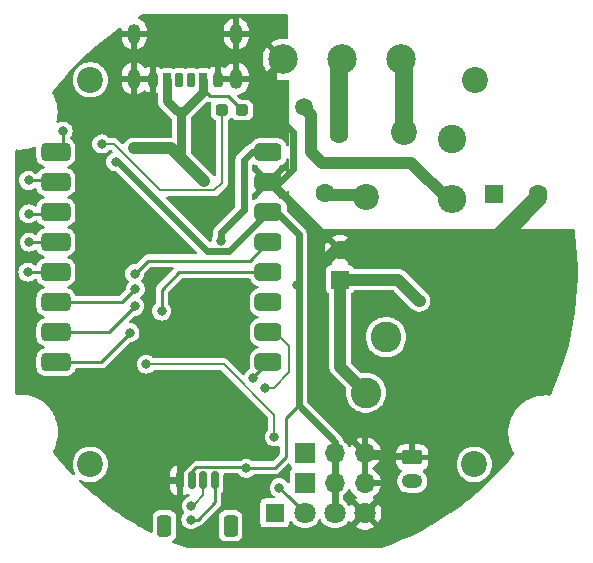
<source format=gbr>
%TF.GenerationSoftware,KiCad,Pcbnew,8.0.8*%
%TF.CreationDate,2025-02-25T00:33:20+03:00*%
%TF.ProjectId,SMHome_UniversalRound_ESP32_C3_Mini_v3,534d486f-6d65-45f5-956e-697665727361,12*%
%TF.SameCoordinates,Original*%
%TF.FileFunction,Copper,L1,Top*%
%TF.FilePolarity,Positive*%
%FSLAX46Y46*%
G04 Gerber Fmt 4.6, Leading zero omitted, Abs format (unit mm)*
G04 Created by KiCad (PCBNEW 8.0.8) date 2025-02-25 00:33:20*
%MOMM*%
%LPD*%
G01*
G04 APERTURE LIST*
G04 Aperture macros list*
%AMRoundRect*
0 Rectangle with rounded corners*
0 $1 Rounding radius*
0 $2 $3 $4 $5 $6 $7 $8 $9 X,Y pos of 4 corners*
0 Add a 4 corners polygon primitive as box body*
4,1,4,$2,$3,$4,$5,$6,$7,$8,$9,$2,$3,0*
0 Add four circle primitives for the rounded corners*
1,1,$1+$1,$2,$3*
1,1,$1+$1,$4,$5*
1,1,$1+$1,$6,$7*
1,1,$1+$1,$8,$9*
0 Add four rect primitives between the rounded corners*
20,1,$1+$1,$2,$3,$4,$5,0*
20,1,$1+$1,$4,$5,$6,$7,0*
20,1,$1+$1,$6,$7,$8,$9,0*
20,1,$1+$1,$8,$9,$2,$3,0*%
G04 Aperture macros list end*
%TA.AperFunction,ComponentPad*%
%ADD10R,1.700000X1.700000*%
%TD*%
%TA.AperFunction,ComponentPad*%
%ADD11O,1.700000X1.700000*%
%TD*%
%TA.AperFunction,ComponentPad*%
%ADD12C,2.400000*%
%TD*%
%TA.AperFunction,ComponentPad*%
%ADD13O,2.400000X2.400000*%
%TD*%
%TA.AperFunction,SMDPad,CuDef*%
%ADD14RoundRect,0.175000X0.175000X0.425000X-0.175000X0.425000X-0.175000X-0.425000X0.175000X-0.425000X0*%
%TD*%
%TA.AperFunction,SMDPad,CuDef*%
%ADD15RoundRect,0.190000X-0.190000X-0.410000X0.190000X-0.410000X0.190000X0.410000X-0.190000X0.410000X0*%
%TD*%
%TA.AperFunction,SMDPad,CuDef*%
%ADD16RoundRect,0.200000X-0.200000X-0.400000X0.200000X-0.400000X0.200000X0.400000X-0.200000X0.400000X0*%
%TD*%
%TA.AperFunction,SMDPad,CuDef*%
%ADD17RoundRect,0.175000X-0.175000X-0.425000X0.175000X-0.425000X0.175000X0.425000X-0.175000X0.425000X0*%
%TD*%
%TA.AperFunction,SMDPad,CuDef*%
%ADD18RoundRect,0.190000X0.190000X0.410000X-0.190000X0.410000X-0.190000X-0.410000X0.190000X-0.410000X0*%
%TD*%
%TA.AperFunction,SMDPad,CuDef*%
%ADD19RoundRect,0.200000X0.200000X0.400000X-0.200000X0.400000X-0.200000X-0.400000X0.200000X-0.400000X0*%
%TD*%
%TA.AperFunction,HeatsinkPad*%
%ADD20O,1.100000X1.700000*%
%TD*%
%TA.AperFunction,ComponentPad*%
%ADD21C,2.200000*%
%TD*%
%TA.AperFunction,SMDPad,CuDef*%
%ADD22RoundRect,0.237500X-0.287500X-0.237500X0.287500X-0.237500X0.287500X0.237500X-0.287500X0.237500X0*%
%TD*%
%TA.AperFunction,ComponentPad*%
%ADD23R,1.600000X1.600000*%
%TD*%
%TA.AperFunction,ComponentPad*%
%ADD24C,1.600000*%
%TD*%
%TA.AperFunction,ComponentPad*%
%ADD25C,2.600000*%
%TD*%
%TA.AperFunction,SMDPad,CuDef*%
%ADD26RoundRect,0.381000X-0.762000X-0.381000X0.762000X-0.381000X0.762000X0.381000X-0.762000X0.381000X0*%
%TD*%
%TA.AperFunction,SMDPad,CuDef*%
%ADD27RoundRect,0.381000X-0.869000X-0.381000X0.869000X-0.381000X0.869000X0.381000X-0.869000X0.381000X0*%
%TD*%
%TA.AperFunction,ComponentPad*%
%ADD28C,2.500000*%
%TD*%
%TA.AperFunction,ComponentPad*%
%ADD29R,1.650000X1.650000*%
%TD*%
%TA.AperFunction,ComponentPad*%
%ADD30C,1.800000*%
%TD*%
%TA.AperFunction,SMDPad,CuDef*%
%ADD31RoundRect,0.150000X-0.150000X-0.625000X0.150000X-0.625000X0.150000X0.625000X-0.150000X0.625000X0*%
%TD*%
%TA.AperFunction,SMDPad,CuDef*%
%ADD32RoundRect,0.250000X-0.350000X-0.650000X0.350000X-0.650000X0.350000X0.650000X-0.350000X0.650000X0*%
%TD*%
%TA.AperFunction,ComponentPad*%
%ADD33RoundRect,0.250000X-0.625000X0.350000X-0.625000X-0.350000X0.625000X-0.350000X0.625000X0.350000X0*%
%TD*%
%TA.AperFunction,ComponentPad*%
%ADD34O,1.750000X1.200000*%
%TD*%
%TA.AperFunction,ViaPad*%
%ADD35C,0.800000*%
%TD*%
%TA.AperFunction,ViaPad*%
%ADD36C,1.500000*%
%TD*%
%TA.AperFunction,Conductor*%
%ADD37C,0.600000*%
%TD*%
%TA.AperFunction,Conductor*%
%ADD38C,1.500000*%
%TD*%
%TA.AperFunction,Conductor*%
%ADD39C,0.250000*%
%TD*%
%TA.AperFunction,Conductor*%
%ADD40C,1.000000*%
%TD*%
%TA.AperFunction,Conductor*%
%ADD41C,0.800000*%
%TD*%
%TA.AperFunction,Conductor*%
%ADD42C,0.200000*%
%TD*%
%TA.AperFunction,Conductor*%
%ADD43C,0.400000*%
%TD*%
G04 APERTURE END LIST*
D10*
%TO.P,J1,1,Pin_1*%
%TO.N,Net-(D1-K)*%
X1903600Y-15316200D03*
D11*
%TO.P,J1,2,Pin_2*%
%TO.N,+3V3*%
X4443600Y-15316200D03*
%TO.P,J1,3,Pin_3*%
%TO.N,GND*%
X6983599Y-15316200D03*
%TD*%
D12*
%TO.P,R5,1*%
%TO.N,Net-(D6-A)*%
X14376400Y11226800D03*
D13*
%TO.P,R5,2*%
%TO.N,+220*%
X14376400Y6146801D03*
%TD*%
D14*
%TO.P,J7,A5,CC1*%
%TO.N,unconnected-(J7-CC1-PadA5)*%
X-7729600Y16300201D03*
D15*
%TO.P,J7,A9,VBUS*%
%TO.N,+5V*%
X-9749600Y16300200D03*
D16*
%TO.P,J7,A12,GND*%
%TO.N,GND*%
X-10979600Y16300200D03*
D17*
%TO.P,J7,B5,CC2*%
%TO.N,unconnected-(J7-CC2-PadB5)*%
X-8729600Y16300201D03*
D18*
%TO.P,J7,B9,VBUS*%
%TO.N,+5V*%
X-6709600Y16300200D03*
D19*
%TO.P,J7,B12,GND*%
%TO.N,GND*%
X-5479600Y16300200D03*
D20*
%TO.P,J7,S1,SHIELD*%
X-3909600Y16380200D03*
X-3909600Y20180200D03*
X-12549600Y16380200D03*
X-12549600Y20180200D03*
%TD*%
D21*
%TO.P,F1,1*%
%TO.N,L*%
X10261600Y11861800D03*
%TO.P,F1,2*%
%TO.N,L_fuse*%
X7061200Y6324600D03*
%TD*%
%TO.P,TP4,1,1*%
%TO.N,unconnected-(TP4-Pad1)*%
X16306800Y16281400D03*
%TD*%
D22*
%TO.P,D3,1,K*%
%TO.N,Net-(D3-K)*%
X-5142199Y13716000D03*
%TO.P,D3,2,A*%
%TO.N,+5V*%
X-3392201Y13716000D03*
%TD*%
D23*
%TO.P,C5,1*%
%TO.N,+5V*%
X4876800Y-635000D03*
D24*
%TO.P,C5,2*%
%TO.N,GND*%
X4876800Y1865000D03*
%TD*%
D21*
%TO.P,TP2,1,1*%
%TO.N,unconnected-(TP2-Pad1)*%
X16256000Y-16281400D03*
%TD*%
D25*
%TO.P,L1,1*%
%TO.N,Net-(D7-K)*%
X8788400Y-5511800D03*
%TO.P,L1,2*%
%TO.N,+5V*%
X7078299Y-10210263D03*
%TD*%
D23*
%TO.P,C2,1*%
%TO.N,Net-(D6-K)*%
X17881600Y6578600D03*
D24*
%TO.P,C2,2*%
%TO.N,GND*%
X21681600Y6578600D03*
%TD*%
D21*
%TO.P,TP5,1,1*%
%TO.N,unconnected-(TP5-Pad1)*%
X-16256000Y16281400D03*
%TD*%
D26*
%TO.P,U1,0,GPIO0/A0*%
%TO.N,ADC1*%
X-1172700Y-7620000D03*
%TO.P,U1,1,GPIO1/A1*%
%TO.N,ADC3*%
X-1172700Y-5080000D03*
%TO.P,U1,2,GPIO2/A2*%
%TO.N,unconnected-(U1-GPIO2{slash}A2-Pad2)*%
X-1172700Y-2540000D03*
%TO.P,U1,3,GPIO3/A3*%
%TO.N,ADC2*%
X-1172700Y-1D03*
%TO.P,U1,4,GPIO4/A4*%
%TO.N,SCK*%
X-1172700Y2540001D03*
D27*
%TO.P,U1,5,GPIO5/A5*%
%TO.N,MISO*%
X-19172700Y10160000D03*
%TO.P,U1,6,GPIO6*%
%TO.N,MOSI*%
X-19172700Y7620000D03*
%TO.P,U1,7,GPIO7*%
%TO.N,SS*%
X-19172700Y5080000D03*
%TO.P,U1,8,SDA/GPIO8*%
%TO.N,SDA*%
X-19172700Y2540001D03*
%TO.P,U1,9,SCL/GPIO9*%
%TO.N,SCL*%
X-19172700Y-1D03*
%TO.P,U1,10,GPIO10*%
%TO.N,LED_PWM*%
X-19172700Y-2540000D03*
%TO.P,U1,20,GPIO20/RX*%
%TO.N,D{slash}C*%
X-19172700Y-5080000D03*
%TO.P,U1,21,GPIO21/TX*%
%TO.N,RST*%
X-19172700Y-7620000D03*
D26*
%TO.P,U1,P3,P1*%
%TO.N,+3V3*%
X-1172700Y5080000D03*
%TO.P,U1,P5,VCC_5V*%
%TO.N,VCC*%
X-1172700Y10160000D03*
%TO.P,U1,PG,GND*%
%TO.N,GND*%
X-1172700Y7620000D03*
%TD*%
D28*
%TO.P,J4,1,Pin_1*%
%TO.N,L*%
X10080000Y18008600D03*
%TO.P,J4,2,Pin_2*%
%TO.N,N*%
X5080000Y18008600D03*
%TO.P,J4,3,Pin_3*%
%TO.N,GND*%
X80000Y18008600D03*
%TD*%
D10*
%TO.P,J5,1,Pin_1*%
%TO.N,Net-(D11-K)*%
X1903600Y-17856200D03*
D11*
%TO.P,J5,2,Pin_2*%
%TO.N,+3V3*%
X4443600Y-17856200D03*
%TO.P,J5,3,Pin_3*%
%TO.N,GND*%
X6983599Y-17856200D03*
%TD*%
D24*
%TO.P,VR1,1*%
%TO.N,L_fuse*%
X3581400Y6669400D03*
%TO.P,VR1,2*%
%TO.N,N*%
X4781400Y11669400D03*
%TD*%
D21*
%TO.P,TP3,1,1*%
%TO.N,unconnected-(TP3-Pad1)*%
X-16256000Y-16281400D03*
%TD*%
D29*
%TO.P,J2,1,Pin_1*%
%TO.N,Net-(D11-K)*%
X-636400Y-20396200D03*
D30*
%TO.P,J2,2,Pin_2*%
%TO.N,Net-(D12-K)*%
X1903600Y-20396200D03*
%TO.P,J2,3,Pin_3*%
%TO.N,+3V3*%
X4443600Y-20396200D03*
%TO.P,J2,4,Pin_4*%
%TO.N,GND*%
X6983600Y-20396200D03*
%TD*%
D31*
%TO.P,J6,1,Pin_1*%
%TO.N,GND*%
X-8688200Y-17608800D03*
%TO.P,J6,2,Pin_2*%
%TO.N,+3V3*%
X-7688200Y-17608800D03*
%TO.P,J6,3,Pin_3*%
%TO.N,SDA*%
X-6688200Y-17608800D03*
%TO.P,J6,4,Pin_4*%
%TO.N,SCL*%
X-5688200Y-17608800D03*
D32*
%TO.P,J6,MP*%
%TO.N,N/C*%
X-9988200Y-21483800D03*
X-4388200Y-21483800D03*
%TD*%
D33*
%TO.P,J8,1,Pin_1*%
%TO.N,GND*%
X10998200Y-15697200D03*
D34*
%TO.P,J8,2,Pin_2*%
%TO.N,Net-(J8-Pin_2)*%
X10998200Y-17697201D03*
%TD*%
D35*
%TO.N,GND*%
X-12166600Y2946400D03*
X19278600Y-7747000D03*
X18592800Y-127000D03*
X-6502400Y13106400D03*
X21310600Y-7747000D03*
X-13792200Y-18669000D03*
X18592800Y889000D03*
X18592800Y-1193800D03*
X22377400Y-7747000D03*
X20294600Y-7747000D03*
X-2590800Y-14122400D03*
X2510700Y-4521200D03*
%TO.N,+5V*%
X11633200Y-2438400D03*
X-12598400Y10464800D03*
X-6654800Y7721600D03*
%TO.N,Net-(D11-K)*%
X-685800Y-13944600D03*
X-11531600Y-7797800D03*
D36*
%TO.N,+220*%
X1803400Y13944600D03*
D35*
%TO.N,ADC3*%
X-1498600Y-9779000D03*
%TO.N,SS*%
X-21488400Y4927600D03*
%TO.N,MOSI*%
X-21488400Y7772400D03*
%TO.N,MISO*%
X-18567400Y11938000D03*
%TO.N,SCK*%
X-12496800Y-127000D03*
%TO.N,LED_PWM*%
X-12446000Y-1422400D03*
%TO.N,RST*%
X-12903200Y-5130800D03*
%TO.N,D{slash}C*%
X-12496800Y-2895600D03*
%TO.N,ADC1*%
X-2463800Y-8966200D03*
%TO.N,ADC2*%
X-10210800Y-3302000D03*
%TO.N,Net-(D12-K)*%
X-254000Y-18262600D03*
%TO.N,SDA*%
X-7696200Y-19786600D03*
X-21437600Y2540000D03*
%TO.N,SCL*%
X-21539200Y0D03*
X-7747000Y-20955000D03*
%TO.N,+3V3*%
X-14122400Y9321800D03*
X-3048000Y-16611600D03*
X1244600Y-1117600D03*
%TO.N,VCC*%
X-5181600Y2667000D03*
%TO.N,Net-(D3-K)*%
X-15290800Y10845800D03*
%TD*%
D37*
%TO.N,GND*%
X6983599Y-15316200D02*
X7262999Y-15595600D01*
X7262999Y-15595600D02*
X10896600Y-15595600D01*
X10896600Y-15595600D02*
X10998200Y-15697200D01*
X-870400Y7620000D02*
X4876800Y1872800D01*
X-8688200Y-16833801D02*
X-5976799Y-14122400D01*
X4151000Y1865000D02*
X4876800Y1865000D01*
D38*
X21681600Y6238400D02*
X21681600Y6578600D01*
D37*
X-228600Y7620000D02*
X914400Y8763000D01*
D38*
X17308200Y1865000D02*
X21681600Y6238400D01*
D37*
X914400Y11836400D02*
X-787400Y13538200D01*
X4876800Y1872800D02*
X4876800Y1865000D01*
X-787400Y13538200D02*
X-787400Y17141200D01*
X7112000Y-17551400D02*
X7010400Y-17653000D01*
X-1172700Y7620000D02*
X-228600Y7620000D01*
D38*
X4876800Y1865000D02*
X17308200Y1865000D01*
D37*
X-787400Y17141200D02*
X80000Y18008600D01*
X-8688200Y-17608800D02*
X-8688200Y-16833801D01*
X2510700Y-4521200D02*
X2510700Y224700D01*
X2510700Y-4521200D02*
X2510700Y-10843301D01*
X-8688200Y-17608800D02*
X-12732000Y-17608800D01*
X914400Y8763000D02*
X914400Y11836400D01*
X2510700Y224700D02*
X4151000Y1865000D01*
X-5976799Y-14122400D02*
X-2590800Y-14122400D01*
X-12732000Y-17608800D02*
X-13792200Y-18669000D01*
X2510700Y-10843301D02*
X6983599Y-15316200D01*
X-1172700Y7620000D02*
X-870400Y7620000D01*
D39*
%TO.N,+5V*%
X-6709600Y15472600D02*
X-6146800Y14909800D01*
D40*
X11633200Y-2438400D02*
X11582400Y-2438400D01*
X9779000Y-635000D02*
X4876800Y-635000D01*
D39*
X-6146800Y14909800D02*
X-4586001Y14909800D01*
D40*
X11582400Y-2438400D02*
X9779000Y-635000D01*
D41*
X-6709600Y15261400D02*
X-6709600Y16300200D01*
X-6654800Y7721600D02*
X-8559800Y9626600D01*
X-8940800Y13639800D02*
X-9749600Y14448600D01*
D37*
X6493562Y-10795000D02*
X7078299Y-10210263D01*
D41*
X-8331200Y13639800D02*
X-8940800Y13639800D01*
X-7768400Y14202600D02*
X-8331200Y13639800D01*
D39*
X-4586001Y14909800D02*
X-3392201Y13716000D01*
X7078299Y-10210263D02*
X7976137Y-10210263D01*
D41*
X-8559800Y13411200D02*
X-7768400Y14202600D01*
D40*
X4876800Y-8008764D02*
X7078299Y-10210263D01*
X-9398000Y10464800D02*
X-6654800Y7721600D01*
X4876800Y-635000D02*
X4876800Y-8008764D01*
X-12598400Y10464800D02*
X-9398000Y10464800D01*
D41*
X-7768400Y14202600D02*
X-6709600Y15261400D01*
X-9749600Y14448600D02*
X-9749600Y16300200D01*
X-8559800Y9626600D02*
X-8559800Y13411200D01*
D39*
X-6709600Y16300200D02*
X-6709600Y15472600D01*
D42*
%TO.N,Net-(D11-K)*%
X-4978400Y-7797800D02*
X-11531600Y-7797800D01*
X-685800Y-12090400D02*
X-4978400Y-7797800D01*
X-636400Y-20396200D02*
X-750800Y-20281800D01*
X-685800Y-13944600D02*
X-685800Y-12090400D01*
D40*
%TO.N,+220*%
X1803400Y13944600D02*
X2413000Y13335000D01*
X13995400Y6146801D02*
X14376400Y6146801D01*
X2413000Y13335000D02*
X2413000Y10134600D01*
X3327400Y9220200D02*
X10922001Y9220200D01*
X2413000Y10134600D02*
X3327400Y9220200D01*
X10922001Y9220200D02*
X13995400Y6146801D01*
%TO.N,L_fuse*%
X6614800Y6517000D02*
X6807200Y6324600D01*
X3581400Y6669400D02*
X3733800Y6517000D01*
X3733800Y6517000D02*
X6614800Y6517000D01*
D38*
%TO.N,N*%
X4781400Y17710000D02*
X5080000Y18008600D01*
X4781400Y11669400D02*
X4781400Y17710000D01*
%TO.N,L*%
X10261600Y11861800D02*
X10261600Y17827000D01*
X10261600Y17827000D02*
X10080000Y18008600D01*
D42*
%TO.N,ADC3*%
X-1498600Y-9779000D02*
X-736600Y-9779000D01*
X558800Y-8483600D02*
X558800Y-6248400D01*
X558800Y-6248400D02*
X-609600Y-5080000D01*
X-609600Y-5080000D02*
X-1172700Y-5080000D01*
X-736600Y-9779000D02*
X558800Y-8483600D01*
D39*
%TO.N,SS*%
X-21488400Y4927600D02*
X-19325100Y4927600D01*
X-19325100Y4927600D02*
X-19172700Y5080000D01*
%TO.N,MOSI*%
X-19325100Y7772400D02*
X-19172700Y7620000D01*
X-21488400Y7772400D02*
X-19325100Y7772400D01*
%TO.N,MISO*%
X-18567400Y11938000D02*
X-18567400Y10765300D01*
X-18567400Y10765300D02*
X-19172700Y10160000D01*
%TO.N,SCK*%
X-2747501Y965200D02*
X-1172700Y2540001D01*
X-11404600Y965200D02*
X-2747501Y965200D01*
X-12496800Y-127000D02*
X-11404600Y965200D01*
%TO.N,LED_PWM*%
X-12446000Y-1422400D02*
X-13563600Y-2540000D01*
X-13563600Y-2540000D02*
X-19172700Y-2540000D01*
%TO.N,RST*%
X-12903200Y-5130800D02*
X-12903200Y-5181600D01*
X-15341600Y-7620000D02*
X-19172700Y-7620000D01*
X-12903200Y-5181600D02*
X-15341600Y-7620000D01*
%TO.N,D{slash}C*%
X-14681200Y-5080000D02*
X-19172700Y-5080000D01*
X-12496800Y-2895600D02*
X-14681200Y-5080000D01*
%TO.N,ADC1*%
X-2463800Y-8911100D02*
X-1172700Y-7620000D01*
X-2463800Y-8966200D02*
X-2463800Y-8911100D01*
%TO.N,ADC2*%
X-10210800Y-1498600D02*
X-8712201Y-1D01*
X-10210800Y-3302000D02*
X-10210800Y-1498600D01*
X-8712201Y-1D02*
X-1172700Y-1D01*
%TO.N,Net-(D12-K)*%
X558800Y-19051400D02*
X1903600Y-20396200D01*
X534800Y-19051400D02*
X558800Y-19051400D01*
X-254000Y-18262600D02*
X534800Y-19051400D01*
%TO.N,SDA*%
X-21437600Y2540000D02*
X-21437599Y2540001D01*
X-21437599Y2540001D02*
X-19172700Y2540001D01*
D42*
X-7393000Y-19610400D02*
X-6688200Y-18905600D01*
X-6688200Y-18905600D02*
X-6688200Y-17608800D01*
X-7520000Y-19610400D02*
X-7393000Y-19610400D01*
X-7696200Y-19786600D02*
X-7520000Y-19610400D01*
D39*
%TO.N,SCL*%
X-21031201Y-1D02*
X-19172700Y-1D01*
X-7162800Y-20955000D02*
X-5688200Y-19480400D01*
X-21539200Y0D02*
X-21031202Y0D01*
X-21031202Y0D02*
X-21031201Y-1D01*
X-5688200Y-19480400D02*
X-5688200Y-17608800D01*
X-7747000Y-20955000D02*
X-7162800Y-20955000D01*
D37*
%TO.N,+3V3*%
X-4485700Y1767000D02*
X-6339000Y1767000D01*
D39*
X-7688200Y-16883000D02*
X-7314000Y-16508800D01*
D43*
X4443600Y-15316200D02*
X4443600Y-15571600D01*
D39*
X-3048000Y-16611600D02*
X-2997200Y-16560800D01*
D37*
X1371600Y-11277600D02*
X4443600Y-14349600D01*
D39*
X-609600Y-16560800D02*
X304800Y-15646400D01*
D37*
X1371600Y-1244600D02*
X1371600Y-11277600D01*
D39*
X304800Y-15646400D02*
X304800Y-12344400D01*
D37*
X1244600Y-1117600D02*
X1371600Y-1244600D01*
D39*
X-7314000Y-16508800D02*
X-3150800Y-16508800D01*
D37*
X4443600Y-14349600D02*
X4443600Y-15316200D01*
X4443600Y-17856200D02*
X4443600Y-20396200D01*
D39*
X-7688200Y-17608800D02*
X-7688200Y-16883000D01*
D37*
X-508000Y5080000D02*
X-1172700Y5080000D01*
X1244600Y-1117600D02*
X1371600Y-990600D01*
X1371600Y-990600D02*
X1371600Y3200400D01*
X-6339000Y1767000D02*
X-9499600Y4927600D01*
X-14122400Y9321800D02*
X-13893800Y9321800D01*
X-1172700Y5080000D02*
X-4485700Y1767000D01*
X-13893800Y9321800D02*
X-9499600Y4927600D01*
D39*
X304800Y-12344400D02*
X1371600Y-11277600D01*
X-2997200Y-16560800D02*
X-609600Y-16560800D01*
D37*
X4443600Y-17856200D02*
X4443600Y-15316200D01*
D39*
X-3150800Y-16508800D02*
X-3048000Y-16611600D01*
D37*
X1371600Y3200400D02*
X-508000Y5080000D01*
%TO.N,VCC*%
X-3276600Y9448800D02*
X-2565400Y10160000D01*
X-5181600Y3352800D02*
X-3276600Y5257800D01*
X-2565400Y10160000D02*
X-1172700Y10160000D01*
X-5181600Y2667000D02*
X-5181600Y3352800D01*
X-3276600Y5257800D02*
X-3276600Y9448800D01*
D42*
%TO.N,Net-(D3-K)*%
X-10341000Y6912000D02*
X-5762600Y6912000D01*
X-14274800Y10845800D02*
X-10341000Y6912000D01*
X-5142199Y7532401D02*
X-5142199Y13716000D01*
X-5762600Y6912000D02*
X-5142199Y7532401D01*
X-15290800Y10845800D02*
X-14274800Y10845800D01*
%TD*%
%TA.AperFunction,Conductor*%
%TO.N,GND*%
G36*
X-20867146Y10588545D02*
G01*
X-20828658Y10530231D01*
X-20823200Y10493849D01*
X-20823200Y9735108D01*
X-20808429Y9604006D01*
X-20750262Y9437771D01*
X-20656572Y9288666D01*
X-20656567Y9288660D01*
X-20532041Y9164134D01*
X-20532035Y9164129D01*
X-20382930Y9070439D01*
X-20338613Y9054933D01*
X-20216700Y9012273D01*
X-20216696Y9012273D01*
X-20216694Y9012272D01*
X-20210639Y9010889D01*
X-20149663Y8976776D01*
X-20116810Y8915113D01*
X-20122509Y8845476D01*
X-20164953Y8789975D01*
X-20210639Y8769111D01*
X-20216694Y8767729D01*
X-20382930Y8709562D01*
X-20532035Y8615872D01*
X-20532041Y8615867D01*
X-20656567Y8491341D01*
X-20656569Y8491338D01*
X-20735408Y8365868D01*
X-20787743Y8319577D01*
X-20856796Y8308930D01*
X-20920645Y8337305D01*
X-20928082Y8344160D01*
X-20986138Y8402216D01*
X-21138877Y8498189D01*
X-21309146Y8557769D01*
X-21309151Y8557770D01*
X-21488396Y8577965D01*
X-21488404Y8577965D01*
X-21667650Y8557770D01*
X-21667655Y8557769D01*
X-21837924Y8498189D01*
X-21990663Y8402216D01*
X-22118216Y8274663D01*
X-22214189Y8121924D01*
X-22273769Y7951655D01*
X-22273770Y7951650D01*
X-22293965Y7772404D01*
X-22293965Y7772397D01*
X-22273770Y7593151D01*
X-22273769Y7593146D01*
X-22214189Y7422877D01*
X-22129436Y7287994D01*
X-22118216Y7270138D01*
X-21990662Y7142584D01*
X-21982421Y7137406D01*
X-21865597Y7064000D01*
X-21837922Y7046611D01*
X-21762798Y7020324D01*
X-21667655Y6987032D01*
X-21667650Y6987031D01*
X-21488404Y6966835D01*
X-21488400Y6966835D01*
X-21488396Y6966835D01*
X-21309151Y6987031D01*
X-21309148Y6987032D01*
X-21309145Y6987032D01*
X-21138878Y7046611D01*
X-20994378Y7137407D01*
X-20927143Y7156407D01*
X-20860308Y7136040D01*
X-20815093Y7082772D01*
X-20810999Y7070477D01*
X-20810726Y7070572D01*
X-20808428Y7064003D01*
X-20808427Y7064000D01*
X-20802342Y7046611D01*
X-20750262Y6897771D01*
X-20656572Y6748666D01*
X-20656567Y6748660D01*
X-20532041Y6624134D01*
X-20532035Y6624129D01*
X-20382930Y6530439D01*
X-20349638Y6518790D01*
X-20216700Y6472273D01*
X-20216696Y6472273D01*
X-20216694Y6472272D01*
X-20210639Y6470889D01*
X-20149663Y6436776D01*
X-20116810Y6375113D01*
X-20122509Y6305476D01*
X-20164953Y6249975D01*
X-20210639Y6229111D01*
X-20216694Y6227729D01*
X-20382930Y6169562D01*
X-20532035Y6075872D01*
X-20532041Y6075867D01*
X-20656567Y5951341D01*
X-20656572Y5951335D01*
X-20750262Y5802230D01*
X-20790885Y5686132D01*
X-20808427Y5636000D01*
X-20808428Y5635998D01*
X-20810726Y5629428D01*
X-20812975Y5630215D01*
X-20841663Y5578979D01*
X-20903339Y5546148D01*
X-20972974Y5551874D01*
X-20994379Y5562594D01*
X-21138877Y5653389D01*
X-21309146Y5712969D01*
X-21309151Y5712970D01*
X-21488396Y5733165D01*
X-21488404Y5733165D01*
X-21667650Y5712970D01*
X-21667655Y5712969D01*
X-21837924Y5653389D01*
X-21990663Y5557416D01*
X-22118216Y5429863D01*
X-22214189Y5277124D01*
X-22273769Y5106855D01*
X-22273770Y5106850D01*
X-22293965Y4927604D01*
X-22293965Y4927597D01*
X-22273770Y4748351D01*
X-22273769Y4748346D01*
X-22214189Y4578077D01*
X-22180210Y4524000D01*
X-22118216Y4425338D01*
X-21990662Y4297784D01*
X-21990660Y4297783D01*
X-21848826Y4208662D01*
X-21837922Y4201811D01*
X-21667655Y4142232D01*
X-21667650Y4142231D01*
X-21488404Y4122035D01*
X-21488400Y4122035D01*
X-21488396Y4122035D01*
X-21309151Y4142231D01*
X-21309148Y4142232D01*
X-21309145Y4142232D01*
X-21138878Y4201811D01*
X-20986138Y4297784D01*
X-20928079Y4355844D01*
X-20866760Y4389326D01*
X-20797068Y4384342D01*
X-20741134Y4342471D01*
X-20735408Y4334133D01*
X-20656569Y4208662D01*
X-20532041Y4084134D01*
X-20532035Y4084129D01*
X-20382930Y3990439D01*
X-20322506Y3969296D01*
X-20216700Y3932273D01*
X-20216697Y3932273D01*
X-20210645Y3930891D01*
X-20149668Y3896780D01*
X-20116813Y3835117D01*
X-20122511Y3765480D01*
X-20164953Y3709978D01*
X-20210636Y3689113D01*
X-20216694Y3687730D01*
X-20382930Y3629563D01*
X-20532035Y3535873D01*
X-20532041Y3535868D01*
X-20656567Y3411342D01*
X-20656572Y3411336D01*
X-20750263Y3262229D01*
X-20750264Y3262226D01*
X-20758775Y3237904D01*
X-20799498Y3181129D01*
X-20864452Y3155384D01*
X-20933013Y3168842D01*
X-20941787Y3173868D01*
X-21088077Y3265789D01*
X-21258346Y3325369D01*
X-21258351Y3325370D01*
X-21437596Y3345565D01*
X-21437604Y3345565D01*
X-21616850Y3325370D01*
X-21616855Y3325369D01*
X-21787124Y3265789D01*
X-21939863Y3169816D01*
X-22067416Y3042263D01*
X-22163389Y2889524D01*
X-22222969Y2719255D01*
X-22222970Y2719250D01*
X-22243165Y2540004D01*
X-22243165Y2539997D01*
X-22222970Y2360751D01*
X-22222969Y2360746D01*
X-22163389Y2190477D01*
X-22113202Y2110606D01*
X-22067416Y2037738D01*
X-21939862Y1910184D01*
X-21867949Y1864998D01*
X-21787745Y1814602D01*
X-21787122Y1814211D01*
X-21628924Y1758855D01*
X-21616855Y1754632D01*
X-21616850Y1754631D01*
X-21437604Y1734435D01*
X-21437600Y1734435D01*
X-21437596Y1734435D01*
X-21258351Y1754631D01*
X-21258348Y1754632D01*
X-21258345Y1754632D01*
X-21088078Y1814211D01*
X-21087455Y1814602D01*
X-21028735Y1851499D01*
X-20941784Y1906134D01*
X-20874550Y1925134D01*
X-20807715Y1904767D01*
X-20762501Y1851499D01*
X-20758773Y1842095D01*
X-20750263Y1817775D01*
X-20750263Y1817774D01*
X-20656572Y1668667D01*
X-20656567Y1668661D01*
X-20532041Y1544135D01*
X-20532035Y1544130D01*
X-20382930Y1450440D01*
X-20338613Y1434934D01*
X-20216700Y1392274D01*
X-20216696Y1392274D01*
X-20216694Y1392273D01*
X-20210635Y1390889D01*
X-20149659Y1356776D01*
X-20116805Y1295112D01*
X-20122506Y1225475D01*
X-20164949Y1169975D01*
X-20210635Y1149111D01*
X-20216694Y1147728D01*
X-20382930Y1089561D01*
X-20532035Y995871D01*
X-20532041Y995866D01*
X-20656567Y871340D01*
X-20656572Y871334D01*
X-20750263Y722227D01*
X-20750263Y722226D01*
X-20783348Y627674D01*
X-20824069Y570898D01*
X-20889022Y545151D01*
X-20957584Y558607D01*
X-20988070Y580948D01*
X-21036938Y629816D01*
X-21189677Y725789D01*
X-21359946Y785369D01*
X-21359951Y785370D01*
X-21539196Y805565D01*
X-21539204Y805565D01*
X-21718450Y785370D01*
X-21718455Y785369D01*
X-21888724Y725789D01*
X-22041463Y629816D01*
X-22169016Y502263D01*
X-22264989Y349524D01*
X-22324569Y179255D01*
X-22324570Y179250D01*
X-22344765Y4D01*
X-22344765Y-3D01*
X-22324570Y-179249D01*
X-22324569Y-179254D01*
X-22264989Y-349523D01*
X-22185190Y-476522D01*
X-22169016Y-502262D01*
X-22041462Y-629816D01*
X-21888722Y-725789D01*
X-21718455Y-785368D01*
X-21718450Y-785369D01*
X-21539204Y-805565D01*
X-21539200Y-805565D01*
X-21539196Y-805565D01*
X-21359951Y-785369D01*
X-21359948Y-785368D01*
X-21359945Y-785368D01*
X-21189678Y-725789D01*
X-21036938Y-629816D01*
X-20988069Y-580946D01*
X-20926748Y-547462D01*
X-20857057Y-552446D01*
X-20801123Y-594317D01*
X-20783349Y-627671D01*
X-20782598Y-629815D01*
X-20750262Y-722230D01*
X-20656572Y-871335D01*
X-20656567Y-871341D01*
X-20532041Y-995867D01*
X-20532035Y-995872D01*
X-20382930Y-1089562D01*
X-20322506Y-1110705D01*
X-20216700Y-1147728D01*
X-20216697Y-1147728D01*
X-20210645Y-1149110D01*
X-20149668Y-1183221D01*
X-20116813Y-1244884D01*
X-20122511Y-1314521D01*
X-20164953Y-1370023D01*
X-20210636Y-1390888D01*
X-20216694Y-1392271D01*
X-20382930Y-1450438D01*
X-20532035Y-1544128D01*
X-20532041Y-1544133D01*
X-20656567Y-1668659D01*
X-20656572Y-1668665D01*
X-20750262Y-1817770D01*
X-20808429Y-1984005D01*
X-20823200Y-2115107D01*
X-20823200Y-2964892D01*
X-20808429Y-3095994D01*
X-20750262Y-3262229D01*
X-20656572Y-3411334D01*
X-20656567Y-3411340D01*
X-20532041Y-3535866D01*
X-20532035Y-3535871D01*
X-20382930Y-3629561D01*
X-20338613Y-3645067D01*
X-20216700Y-3687727D01*
X-20216696Y-3687727D01*
X-20216694Y-3687728D01*
X-20210639Y-3689111D01*
X-20149663Y-3723224D01*
X-20116810Y-3784887D01*
X-20122509Y-3854524D01*
X-20164953Y-3910025D01*
X-20210639Y-3930889D01*
X-20216694Y-3932271D01*
X-20382930Y-3990438D01*
X-20532035Y-4084128D01*
X-20532041Y-4084133D01*
X-20656567Y-4208659D01*
X-20656572Y-4208665D01*
X-20750262Y-4357770D01*
X-20808429Y-4524005D01*
X-20823200Y-4655107D01*
X-20823200Y-5504892D01*
X-20808429Y-5635994D01*
X-20750262Y-5802229D01*
X-20656572Y-5951334D01*
X-20656567Y-5951340D01*
X-20532041Y-6075866D01*
X-20532035Y-6075871D01*
X-20382930Y-6169561D01*
X-20338613Y-6185067D01*
X-20216700Y-6227727D01*
X-20216696Y-6227727D01*
X-20216694Y-6227728D01*
X-20210639Y-6229111D01*
X-20149663Y-6263224D01*
X-20116810Y-6324887D01*
X-20122509Y-6394524D01*
X-20164953Y-6450025D01*
X-20210639Y-6470889D01*
X-20216694Y-6472271D01*
X-20382930Y-6530438D01*
X-20532035Y-6624128D01*
X-20532041Y-6624133D01*
X-20656567Y-6748659D01*
X-20656572Y-6748665D01*
X-20750262Y-6897770D01*
X-20808429Y-7064005D01*
X-20823200Y-7195107D01*
X-20823200Y-8044892D01*
X-20808429Y-8175994D01*
X-20750262Y-8342229D01*
X-20656572Y-8491334D01*
X-20656567Y-8491340D01*
X-20532041Y-8615866D01*
X-20532035Y-8615871D01*
X-20382930Y-8709561D01*
X-20325120Y-8729789D01*
X-20216700Y-8767727D01*
X-20216697Y-8767727D01*
X-20216695Y-8767728D01*
X-20151144Y-8775113D01*
X-20085593Y-8782499D01*
X-20085592Y-8782500D01*
X-20085588Y-8782500D01*
X-18259808Y-8782500D01*
X-18259808Y-8782499D01*
X-18177342Y-8773207D01*
X-18128706Y-8767728D01*
X-18128705Y-8767727D01*
X-18128700Y-8767727D01*
X-17962474Y-8709562D01*
X-17962475Y-8709562D01*
X-17962471Y-8709561D01*
X-17813366Y-8615871D01*
X-17813365Y-8615870D01*
X-17813360Y-8615867D01*
X-17688833Y-8491340D01*
X-17653627Y-8435311D01*
X-17595139Y-8342229D01*
X-17579768Y-8298300D01*
X-17555360Y-8228545D01*
X-17514638Y-8171770D01*
X-17449686Y-8146022D01*
X-17438318Y-8145500D01*
X-15418395Y-8145500D01*
X-15418379Y-8145501D01*
X-15410783Y-8145501D01*
X-15272419Y-8145501D01*
X-15272417Y-8145501D01*
X-15202145Y-8126671D01*
X-15167008Y-8117256D01*
X-15167007Y-8117255D01*
X-15138764Y-8109688D01*
X-15018935Y-8040505D01*
X-14921095Y-7942665D01*
X-14921095Y-7942663D01*
X-14910891Y-7932460D01*
X-14910887Y-7932455D01*
X-12946949Y-5968516D01*
X-12885628Y-5935033D01*
X-12873164Y-5932980D01*
X-12790138Y-5923625D01*
X-12723950Y-5916169D01*
X-12723947Y-5916168D01*
X-12723945Y-5916168D01*
X-12553678Y-5856589D01*
X-12400938Y-5760616D01*
X-12273384Y-5633062D01*
X-12177411Y-5480322D01*
X-12117832Y-5310055D01*
X-12111927Y-5257645D01*
X-12097635Y-5130803D01*
X-12097635Y-5130796D01*
X-12117831Y-4951550D01*
X-12117832Y-4951545D01*
X-12177411Y-4781278D01*
X-12273384Y-4628538D01*
X-12400938Y-4500984D01*
X-12431133Y-4482011D01*
X-12553677Y-4405011D01*
X-12723946Y-4345431D01*
X-12723950Y-4345430D01*
X-12899038Y-4325703D01*
X-12963452Y-4298636D01*
X-13003007Y-4241041D01*
X-13005144Y-4171205D01*
X-12972837Y-4114804D01*
X-12595102Y-3737069D01*
X-12533781Y-3703586D01*
X-12503765Y-3702057D01*
X-12503765Y-3701165D01*
X-12496797Y-3701165D01*
X-12317551Y-3680969D01*
X-12317548Y-3680968D01*
X-12317545Y-3680968D01*
X-12147278Y-3621389D01*
X-11994538Y-3525416D01*
X-11866984Y-3397862D01*
X-11771011Y-3245122D01*
X-11711432Y-3074855D01*
X-11711431Y-3074849D01*
X-11691235Y-2895603D01*
X-11691235Y-2895596D01*
X-11711431Y-2716350D01*
X-11711432Y-2716345D01*
X-11771012Y-2546076D01*
X-11861262Y-2402445D01*
X-11866984Y-2393338D01*
X-11994538Y-2265784D01*
X-11996144Y-2264178D01*
X-12029629Y-2202855D01*
X-12024645Y-2133163D01*
X-11982773Y-2077230D01*
X-11974450Y-2071513D01*
X-11943738Y-2052216D01*
X-11816184Y-1924662D01*
X-11720211Y-1771922D01*
X-11660632Y-1601655D01*
X-11660631Y-1601649D01*
X-11640435Y-1422403D01*
X-11640435Y-1422396D01*
X-11660631Y-1243150D01*
X-11660632Y-1243145D01*
X-11684150Y-1175935D01*
X-11720211Y-1072878D01*
X-11728559Y-1059593D01*
X-11816185Y-920137D01*
X-11899341Y-836981D01*
X-11932826Y-775658D01*
X-11927842Y-705966D01*
X-11899341Y-661619D01*
X-11895315Y-657593D01*
X-11866984Y-629262D01*
X-11771011Y-476522D01*
X-11711432Y-306255D01*
X-11697122Y-179255D01*
X-11691235Y-127002D01*
X-11691235Y-120035D01*
X-11689071Y-120035D01*
X-11678826Y-61464D01*
X-11655332Y-28699D01*
X-11223250Y403381D01*
X-11161927Y436866D01*
X-11135569Y439700D01*
X-9315032Y439700D01*
X-9247993Y420015D01*
X-9202238Y367211D01*
X-9192294Y298053D01*
X-9221319Y234497D01*
X-9227351Y228019D01*
X-10631304Y-1175933D01*
X-10631308Y-1175938D01*
X-10700487Y-1295760D01*
X-10700489Y-1295764D01*
X-10707500Y-1321930D01*
X-10736301Y-1429417D01*
X-10736301Y-1577772D01*
X-10736300Y-1577785D01*
X-10736300Y-2644060D01*
X-10755985Y-2711099D01*
X-10772619Y-2731741D01*
X-10840616Y-2799737D01*
X-10936589Y-2952476D01*
X-10996169Y-3122745D01*
X-10996170Y-3122750D01*
X-11016365Y-3301996D01*
X-11016365Y-3302003D01*
X-10996170Y-3481249D01*
X-10996169Y-3481254D01*
X-10936589Y-3651523D01*
X-10903875Y-3703586D01*
X-10840616Y-3804262D01*
X-10713062Y-3931816D01*
X-10560322Y-4027789D01*
X-10539728Y-4034995D01*
X-10390055Y-4087368D01*
X-10390050Y-4087369D01*
X-10210804Y-4107565D01*
X-10210800Y-4107565D01*
X-10210796Y-4107565D01*
X-10031551Y-4087369D01*
X-10031548Y-4087368D01*
X-10031545Y-4087368D01*
X-9861278Y-4027789D01*
X-9708538Y-3931816D01*
X-9580984Y-3804262D01*
X-9485011Y-3651522D01*
X-9425432Y-3481255D01*
X-9425431Y-3481249D01*
X-9405235Y-3302003D01*
X-9405235Y-3301996D01*
X-9425431Y-3122750D01*
X-9425432Y-3122745D01*
X-9485011Y-2952478D01*
X-9580984Y-2799738D01*
X-9648981Y-2731741D01*
X-9682466Y-2670418D01*
X-9685300Y-2644060D01*
X-9685300Y-1767631D01*
X-9665615Y-1700592D01*
X-9648981Y-1679950D01*
X-8530851Y-561820D01*
X-8469528Y-528335D01*
X-8443170Y-525501D01*
X-2800082Y-525501D01*
X-2733043Y-545186D01*
X-2687288Y-597990D01*
X-2683043Y-608540D01*
X-2675792Y-629262D01*
X-2643262Y-722230D01*
X-2549572Y-871335D01*
X-2549567Y-871341D01*
X-2425041Y-995867D01*
X-2425035Y-995872D01*
X-2275930Y-1089562D01*
X-2215506Y-1110705D01*
X-2109700Y-1147728D01*
X-2109697Y-1147728D01*
X-2103645Y-1149110D01*
X-2042668Y-1183221D01*
X-2009813Y-1244884D01*
X-2015511Y-1314521D01*
X-2057953Y-1370023D01*
X-2103636Y-1390888D01*
X-2109694Y-1392271D01*
X-2275930Y-1450438D01*
X-2425035Y-1544128D01*
X-2425041Y-1544133D01*
X-2549567Y-1668659D01*
X-2549572Y-1668665D01*
X-2643262Y-1817770D01*
X-2701429Y-1984005D01*
X-2716200Y-2115107D01*
X-2716200Y-2964892D01*
X-2701429Y-3095994D01*
X-2643262Y-3262229D01*
X-2549572Y-3411334D01*
X-2549567Y-3411340D01*
X-2425041Y-3535866D01*
X-2425035Y-3535871D01*
X-2275930Y-3629561D01*
X-2231613Y-3645067D01*
X-2109700Y-3687727D01*
X-2109696Y-3687727D01*
X-2109694Y-3687728D01*
X-2103639Y-3689111D01*
X-2042663Y-3723224D01*
X-2009810Y-3784887D01*
X-2015509Y-3854524D01*
X-2057953Y-3910025D01*
X-2103639Y-3930889D01*
X-2109694Y-3932271D01*
X-2275930Y-3990438D01*
X-2425035Y-4084128D01*
X-2425041Y-4084133D01*
X-2549567Y-4208659D01*
X-2549572Y-4208665D01*
X-2643262Y-4357770D01*
X-2701429Y-4524005D01*
X-2716200Y-4655107D01*
X-2716200Y-5504892D01*
X-2701429Y-5635994D01*
X-2643262Y-5802229D01*
X-2549572Y-5951334D01*
X-2549567Y-5951340D01*
X-2425041Y-6075866D01*
X-2425035Y-6075871D01*
X-2275930Y-6169561D01*
X-2231613Y-6185067D01*
X-2109700Y-6227727D01*
X-2109696Y-6227727D01*
X-2109694Y-6227728D01*
X-2103639Y-6229111D01*
X-2042663Y-6263224D01*
X-2009810Y-6324887D01*
X-2015509Y-6394524D01*
X-2057953Y-6450025D01*
X-2103639Y-6470889D01*
X-2109694Y-6472271D01*
X-2275930Y-6530438D01*
X-2425035Y-6624128D01*
X-2425041Y-6624133D01*
X-2549567Y-6748659D01*
X-2549572Y-6748665D01*
X-2643262Y-6897770D01*
X-2701429Y-7064005D01*
X-2716200Y-7195107D01*
X-2716200Y-8044895D01*
X-2709762Y-8102035D01*
X-2721817Y-8170857D01*
X-2769166Y-8222236D01*
X-2792024Y-8232958D01*
X-2799302Y-8235505D01*
X-2813326Y-8240412D01*
X-2966063Y-8336384D01*
X-3093616Y-8463937D01*
X-3189590Y-8616678D01*
X-3192356Y-8624584D01*
X-3233079Y-8681359D01*
X-3298032Y-8707105D01*
X-3366593Y-8693648D01*
X-3397078Y-8671308D01*
X-4671084Y-7397302D01*
X-4671086Y-7397300D01*
X-4728150Y-7364354D01*
X-4785213Y-7331408D01*
X-4848861Y-7314354D01*
X-4912508Y-7297300D01*
X-4912509Y-7297300D01*
X-10848659Y-7297300D01*
X-10915698Y-7277615D01*
X-10936340Y-7260982D01*
X-11029338Y-7167984D01*
X-11073639Y-7140148D01*
X-11182077Y-7072011D01*
X-11352346Y-7012431D01*
X-11352351Y-7012430D01*
X-11531596Y-6992235D01*
X-11531604Y-6992235D01*
X-11710850Y-7012430D01*
X-11710855Y-7012431D01*
X-11881124Y-7072011D01*
X-12033863Y-7167984D01*
X-12161416Y-7295537D01*
X-12257389Y-7448276D01*
X-12316969Y-7618545D01*
X-12316970Y-7618550D01*
X-12337165Y-7797796D01*
X-12337165Y-7797803D01*
X-12316970Y-7977049D01*
X-12316969Y-7977054D01*
X-12257389Y-8147323D01*
X-12206353Y-8228546D01*
X-12161416Y-8300062D01*
X-12033862Y-8427616D01*
X-11976056Y-8463938D01*
X-11932456Y-8491334D01*
X-11881122Y-8523589D01*
X-11711907Y-8582800D01*
X-11710855Y-8583168D01*
X-11710850Y-8583169D01*
X-11531604Y-8603365D01*
X-11531600Y-8603365D01*
X-11531596Y-8603365D01*
X-11352351Y-8583169D01*
X-11352348Y-8583168D01*
X-11352345Y-8583168D01*
X-11182078Y-8523589D01*
X-11029338Y-8427616D01*
X-10936340Y-8334618D01*
X-10875016Y-8301134D01*
X-10848659Y-8298300D01*
X-5237076Y-8298300D01*
X-5170037Y-8317985D01*
X-5149395Y-8334619D01*
X-1222619Y-12261395D01*
X-1189134Y-12322718D01*
X-1186300Y-12349076D01*
X-1186300Y-13261659D01*
X-1205985Y-13328698D01*
X-1222618Y-13349340D01*
X-1315617Y-13442339D01*
X-1411589Y-13595076D01*
X-1471169Y-13765345D01*
X-1471170Y-13765350D01*
X-1491365Y-13944596D01*
X-1491365Y-13944603D01*
X-1471170Y-14123849D01*
X-1471169Y-14123854D01*
X-1411589Y-14294123D01*
X-1323269Y-14434682D01*
X-1315616Y-14446862D01*
X-1188062Y-14574416D01*
X-1135102Y-14607693D01*
X-1047332Y-14662843D01*
X-1035322Y-14670389D01*
X-915161Y-14712435D01*
X-865055Y-14729968D01*
X-865050Y-14729969D01*
X-685804Y-14750165D01*
X-685800Y-14750165D01*
X-685796Y-14750165D01*
X-506551Y-14729969D01*
X-506549Y-14729968D01*
X-506545Y-14729968D01*
X-506542Y-14729966D01*
X-506538Y-14729966D01*
X-385655Y-14687667D01*
X-315876Y-14684105D01*
X-255249Y-14718833D01*
X-223021Y-14780826D01*
X-220700Y-14804708D01*
X-220700Y-15377369D01*
X-240385Y-15444408D01*
X-257019Y-15465050D01*
X-790950Y-15998981D01*
X-852273Y-16032466D01*
X-878631Y-16035300D01*
X-2440860Y-16035300D01*
X-2507899Y-16015615D01*
X-2528541Y-15998981D01*
X-2545738Y-15981784D01*
X-2698477Y-15885811D01*
X-2868746Y-15826231D01*
X-2868751Y-15826230D01*
X-3047996Y-15806035D01*
X-3048004Y-15806035D01*
X-3227250Y-15826230D01*
X-3227255Y-15826231D01*
X-3397524Y-15885811D01*
X-3522427Y-15964294D01*
X-3588399Y-15983300D01*
X-7237204Y-15983300D01*
X-7237220Y-15983299D01*
X-7244816Y-15983299D01*
X-7383183Y-15983299D01*
X-7501048Y-16014880D01*
X-7516839Y-16019112D01*
X-7636662Y-16088292D01*
X-7636668Y-16088297D01*
X-7988741Y-16440370D01*
X-8030925Y-16468041D01*
X-8035978Y-16470034D01*
X-8105564Y-16476320D01*
X-8144596Y-16461414D01*
X-8278004Y-16382517D01*
X-8278007Y-16382516D01*
X-8435706Y-16336700D01*
X-8435703Y-16336700D01*
X-8438200Y-16336503D01*
X-8438200Y-18881095D01*
X-8438199Y-18881095D01*
X-8435714Y-18880900D01*
X-8278004Y-18835082D01*
X-8144597Y-18756185D01*
X-8076873Y-18739002D01*
X-8035985Y-18747562D01*
X-7969764Y-18773677D01*
X-7945851Y-18776548D01*
X-7881637Y-18804084D01*
X-7842503Y-18861966D01*
X-7840875Y-18931817D01*
X-7877269Y-18991459D01*
X-7919679Y-19016705D01*
X-8045720Y-19060809D01*
X-8198463Y-19156784D01*
X-8326016Y-19284337D01*
X-8421989Y-19437076D01*
X-8481569Y-19607345D01*
X-8481570Y-19607350D01*
X-8501765Y-19786596D01*
X-8501765Y-19786603D01*
X-8481570Y-19965849D01*
X-8481569Y-19965854D01*
X-8421989Y-20136124D01*
X-8334994Y-20274573D01*
X-8315993Y-20341810D01*
X-8336360Y-20408645D01*
X-8352304Y-20428226D01*
X-8376817Y-20452739D01*
X-8472789Y-20605476D01*
X-8532369Y-20775745D01*
X-8532370Y-20775750D01*
X-8552565Y-20954996D01*
X-8552565Y-20955003D01*
X-8532370Y-21134249D01*
X-8532369Y-21134254D01*
X-8472789Y-21304523D01*
X-8376816Y-21457262D01*
X-8249262Y-21584816D01*
X-8096522Y-21680789D01*
X-8036853Y-21701668D01*
X-7926255Y-21740368D01*
X-7926250Y-21740369D01*
X-7747004Y-21760565D01*
X-7747000Y-21760565D01*
X-7746996Y-21760565D01*
X-7567751Y-21740369D01*
X-7567748Y-21740368D01*
X-7567745Y-21740368D01*
X-7397478Y-21680789D01*
X-7244738Y-21584816D01*
X-7176742Y-21516820D01*
X-7115419Y-21483335D01*
X-7101638Y-21481853D01*
X-7101676Y-21481562D01*
X-7093620Y-21480501D01*
X-7093617Y-21480501D01*
X-7006891Y-21457262D01*
X-6988208Y-21452256D01*
X-6988207Y-21452255D01*
X-6959964Y-21444688D01*
X-6840135Y-21375505D01*
X-6742295Y-21277665D01*
X-6742295Y-21277663D01*
X-6732091Y-21267460D01*
X-6732087Y-21267455D01*
X-6232730Y-20768098D01*
X-5388700Y-20768098D01*
X-5388700Y-22199501D01*
X-5385799Y-22236367D01*
X-5385798Y-22236373D01*
X-5339946Y-22394193D01*
X-5339945Y-22394196D01*
X-5256283Y-22535662D01*
X-5256277Y-22535670D01*
X-5140071Y-22651876D01*
X-5140067Y-22651879D01*
X-5140065Y-22651881D01*
X-4998598Y-22735544D01*
X-4956976Y-22747636D01*
X-4840774Y-22781397D01*
X-4840771Y-22781397D01*
X-4840769Y-22781398D01*
X-4803894Y-22784300D01*
X-4803886Y-22784300D01*
X-3972514Y-22784300D01*
X-3972506Y-22784300D01*
X-3935631Y-22781398D01*
X-3935629Y-22781397D01*
X-3935627Y-22781397D01*
X-3894009Y-22769305D01*
X-3777802Y-22735544D01*
X-3636335Y-22651881D01*
X-3520119Y-22535665D01*
X-3436456Y-22394198D01*
X-3390602Y-22236369D01*
X-3387700Y-22199494D01*
X-3387700Y-20768106D01*
X-3390602Y-20731231D01*
X-3400328Y-20697755D01*
X-3436455Y-20573406D01*
X-3436456Y-20573403D01*
X-3436456Y-20573402D01*
X-3520119Y-20431935D01*
X-3520121Y-20431933D01*
X-3520124Y-20431929D01*
X-3636330Y-20315723D01*
X-3636338Y-20315717D01*
X-3777804Y-20232055D01*
X-3777807Y-20232054D01*
X-3935627Y-20186202D01*
X-3935633Y-20186201D01*
X-3972499Y-20183300D01*
X-3972506Y-20183300D01*
X-4803894Y-20183300D01*
X-4803902Y-20183300D01*
X-4840768Y-20186201D01*
X-4840774Y-20186202D01*
X-4998594Y-20232054D01*
X-4998597Y-20232055D01*
X-5140063Y-20315717D01*
X-5140071Y-20315723D01*
X-5256277Y-20431929D01*
X-5256283Y-20431937D01*
X-5339945Y-20573403D01*
X-5339946Y-20573406D01*
X-5385798Y-20731226D01*
X-5385799Y-20731232D01*
X-5388700Y-20768098D01*
X-6232730Y-20768098D01*
X-5375745Y-19911113D01*
X-5375740Y-19911109D01*
X-5365537Y-19900905D01*
X-5365535Y-19900905D01*
X-5267695Y-19803065D01*
X-5198512Y-19683236D01*
X-5170020Y-19576901D01*
X-5162700Y-19549584D01*
X-5162700Y-19411217D01*
X-5162700Y-18691394D01*
X-5143015Y-18624355D01*
X-5137514Y-18616482D01*
X-5053839Y-18506142D01*
X-4998323Y-18365364D01*
X-4987700Y-18276902D01*
X-4987700Y-17158300D01*
X-4968015Y-17091261D01*
X-4915211Y-17045506D01*
X-4863700Y-17034300D01*
X-3796340Y-17034300D01*
X-3729301Y-17053985D01*
X-3691348Y-17092326D01*
X-3677816Y-17113862D01*
X-3550262Y-17241416D01*
X-3397522Y-17337389D01*
X-3272683Y-17381072D01*
X-3227255Y-17396968D01*
X-3227250Y-17396969D01*
X-3048004Y-17417165D01*
X-3048000Y-17417165D01*
X-3047996Y-17417165D01*
X-2868751Y-17396969D01*
X-2868748Y-17396968D01*
X-2868745Y-17396968D01*
X-2698478Y-17337389D01*
X-2545738Y-17241416D01*
X-2426940Y-17122618D01*
X-2365617Y-17089134D01*
X-2339259Y-17086300D01*
X-686395Y-17086300D01*
X-686379Y-17086301D01*
X-678783Y-17086301D01*
X-540419Y-17086301D01*
X-540417Y-17086301D01*
X-470145Y-17067471D01*
X-435008Y-17058056D01*
X-435007Y-17058055D01*
X-406764Y-17050488D01*
X-286935Y-16981305D01*
X-189095Y-16883465D01*
X-189095Y-16883463D01*
X-178891Y-16873260D01*
X-178887Y-16873255D01*
X459863Y-16234504D01*
X521184Y-16201021D01*
X590876Y-16206005D01*
X646809Y-16247877D01*
X665472Y-16283865D01*
X667953Y-16291501D01*
X667953Y-16291502D01*
X667954Y-16291504D01*
X725550Y-16404542D01*
X725552Y-16404544D01*
X725554Y-16404547D01*
X819526Y-16498519D01*
X853011Y-16559842D01*
X848027Y-16629534D01*
X819526Y-16673881D01*
X725554Y-16767852D01*
X725551Y-16767857D01*
X725550Y-16767858D01*
X711566Y-16795303D01*
X667952Y-16880898D01*
X653100Y-16974675D01*
X653100Y-17771219D01*
X633415Y-17838258D01*
X580611Y-17884013D01*
X511453Y-17893957D01*
X447897Y-17864932D01*
X424106Y-17837191D01*
X375815Y-17760337D01*
X248262Y-17632784D01*
X95523Y-17536811D01*
X-74746Y-17477231D01*
X-74751Y-17477230D01*
X-253996Y-17457035D01*
X-254004Y-17457035D01*
X-433250Y-17477230D01*
X-433255Y-17477231D01*
X-603524Y-17536811D01*
X-756263Y-17632784D01*
X-883816Y-17760337D01*
X-979789Y-17913076D01*
X-1039369Y-18083345D01*
X-1039370Y-18083350D01*
X-1059565Y-18262596D01*
X-1059565Y-18262603D01*
X-1039370Y-18441849D01*
X-1039369Y-18441854D01*
X-979789Y-18612123D01*
X-929979Y-18691394D01*
X-883816Y-18764862D01*
X-756262Y-18892416D01*
X-677817Y-18941706D01*
X-631526Y-18994041D01*
X-620878Y-19063094D01*
X-649253Y-19126943D01*
X-707642Y-19165315D01*
X-743789Y-19170700D01*
X-1492918Y-19170700D01*
X-1573881Y-19183523D01*
X-1586704Y-19185554D01*
X-1699742Y-19243150D01*
X-1699743Y-19243151D01*
X-1699748Y-19243154D01*
X-1789446Y-19332852D01*
X-1789449Y-19332857D01*
X-1847048Y-19445898D01*
X-1861900Y-19539675D01*
X-1861900Y-21252717D01*
X-1853695Y-21304522D01*
X-1847046Y-21346504D01*
X-1789450Y-21459542D01*
X-1789448Y-21459544D01*
X-1789446Y-21459547D01*
X-1699748Y-21549245D01*
X-1699746Y-21549246D01*
X-1699742Y-21549250D01*
X-1586706Y-21606845D01*
X-1586702Y-21606847D01*
X-1492925Y-21621699D01*
X-1492919Y-21621700D01*
X220118Y-21621699D01*
X313904Y-21606846D01*
X426942Y-21549250D01*
X516650Y-21459542D01*
X574246Y-21346504D01*
X574246Y-21346502D01*
X574247Y-21346501D01*
X589099Y-21252724D01*
X589100Y-21252719D01*
X589099Y-21179527D01*
X608783Y-21112491D01*
X661586Y-21066735D01*
X730744Y-21056791D01*
X794301Y-21085815D01*
X814674Y-21108406D01*
X903554Y-21235341D01*
X1064458Y-21396245D01*
X1064461Y-21396247D01*
X1250866Y-21526768D01*
X1457104Y-21622939D01*
X1676908Y-21681835D01*
X1838830Y-21696001D01*
X1903598Y-21701668D01*
X1903600Y-21701668D01*
X1903602Y-21701668D01*
X1960273Y-21696709D01*
X2130292Y-21681835D01*
X2350096Y-21622939D01*
X2556334Y-21526768D01*
X2742739Y-21396247D01*
X2903647Y-21235339D01*
X3034168Y-21048934D01*
X3061218Y-20990924D01*
X3107390Y-20938485D01*
X3174583Y-20919333D01*
X3241465Y-20939548D01*
X3285982Y-20990925D01*
X3313029Y-21048928D01*
X3313032Y-21048934D01*
X3443554Y-21235341D01*
X3604458Y-21396245D01*
X3604461Y-21396247D01*
X3790866Y-21526768D01*
X3997104Y-21622939D01*
X4216908Y-21681835D01*
X4378830Y-21696001D01*
X4443598Y-21701668D01*
X4443600Y-21701668D01*
X4443602Y-21701668D01*
X4500273Y-21696709D01*
X4670292Y-21681835D01*
X4890096Y-21622939D01*
X5096334Y-21526768D01*
X5282739Y-21396247D01*
X5443647Y-21235339D01*
X5553657Y-21078225D01*
X5608232Y-21034602D01*
X5677730Y-21027408D01*
X5740085Y-21058930D01*
X5759040Y-21081529D01*
X5832411Y-21193833D01*
X6459812Y-20566433D01*
X6471082Y-20608492D01*
X6543490Y-20733908D01*
X6645892Y-20836310D01*
X6771308Y-20908718D01*
X6813365Y-20919987D01*
X6184801Y-21548551D01*
X6215249Y-21572250D01*
X6419297Y-21682676D01*
X6419306Y-21682679D01*
X6638739Y-21758011D01*
X6867593Y-21796200D01*
X7099607Y-21796200D01*
X7328460Y-21758011D01*
X7547893Y-21682679D01*
X7547901Y-21682676D01*
X7751955Y-21572247D01*
X7782397Y-21548551D01*
X7782398Y-21548550D01*
X7153835Y-20919987D01*
X7195892Y-20908718D01*
X7321308Y-20836310D01*
X7423710Y-20733908D01*
X7496118Y-20608492D01*
X7507387Y-20566434D01*
X8134786Y-21193834D01*
X8219084Y-21064806D01*
X8312282Y-20852335D01*
X8369238Y-20627418D01*
X8388398Y-20396205D01*
X8388398Y-20396194D01*
X8369238Y-20164981D01*
X8312282Y-19940064D01*
X8219083Y-19727590D01*
X8134786Y-19598564D01*
X7507387Y-20225964D01*
X7496118Y-20183908D01*
X7423710Y-20058492D01*
X7321308Y-19956090D01*
X7195892Y-19883682D01*
X7153833Y-19872412D01*
X7782397Y-19243847D01*
X7782397Y-19243845D01*
X7751960Y-19220155D01*
X7751949Y-19220148D01*
X7723915Y-19204977D01*
X7674324Y-19155758D01*
X7659216Y-19087541D01*
X7683386Y-19021985D01*
X7711808Y-18994347D01*
X7854681Y-18894305D01*
X8021704Y-18727282D01*
X8157199Y-18533778D01*
X8257028Y-18319692D01*
X8257031Y-18319686D01*
X8314235Y-18106200D01*
X7416611Y-18106200D01*
X7449524Y-18049193D01*
X7483599Y-17922026D01*
X7483599Y-17790374D01*
X7449524Y-17663207D01*
X7416611Y-17606200D01*
X8314235Y-17606200D01*
X8314234Y-17606199D01*
X8257031Y-17392713D01*
X8257028Y-17392707D01*
X8157199Y-17178622D01*
X8157198Y-17178620D01*
X8021712Y-16985126D01*
X8021707Y-16985120D01*
X7854681Y-16818094D01*
X7668567Y-16687775D01*
X7624943Y-16633198D01*
X7617750Y-16563699D01*
X7649272Y-16501345D01*
X7668567Y-16484625D01*
X7854681Y-16354305D01*
X8021704Y-16187282D01*
X8157199Y-15993778D01*
X8257028Y-15779692D01*
X8257031Y-15779686D01*
X8314235Y-15566200D01*
X7416611Y-15566200D01*
X7449524Y-15509193D01*
X7483599Y-15382026D01*
X7483599Y-15297213D01*
X9623200Y-15297213D01*
X9623200Y-15447200D01*
X10717870Y-15447200D01*
X10698125Y-15466945D01*
X10648756Y-15552455D01*
X10623200Y-15647830D01*
X10623200Y-15746570D01*
X10648756Y-15841945D01*
X10698125Y-15927455D01*
X10717870Y-15947200D01*
X9623201Y-15947200D01*
X9623201Y-16097186D01*
X9633694Y-16199897D01*
X9688841Y-16366319D01*
X9688843Y-16366324D01*
X9780884Y-16515545D01*
X9904854Y-16639515D01*
X10056576Y-16733098D01*
X10103300Y-16785046D01*
X10114523Y-16854009D01*
X10086679Y-16918091D01*
X10079161Y-16926318D01*
X9946060Y-17059419D01*
X9836571Y-17223280D01*
X9836564Y-17223293D01*
X9761150Y-17405361D01*
X9761147Y-17405371D01*
X9722700Y-17598657D01*
X9722700Y-17598660D01*
X9722700Y-17795742D01*
X9722700Y-17795744D01*
X9722699Y-17795744D01*
X9761147Y-17989030D01*
X9761150Y-17989040D01*
X9836564Y-18171108D01*
X9836571Y-18171121D01*
X9946060Y-18334982D01*
X9946063Y-18334986D01*
X10085414Y-18474337D01*
X10085418Y-18474340D01*
X10249279Y-18583829D01*
X10249292Y-18583836D01*
X10384724Y-18639933D01*
X10431365Y-18659252D01*
X10431369Y-18659252D01*
X10431370Y-18659253D01*
X10624656Y-18697701D01*
X10624659Y-18697701D01*
X11371743Y-18697701D01*
X11516647Y-18668877D01*
X11565035Y-18659252D01*
X11747114Y-18583833D01*
X11910982Y-18474340D01*
X12050339Y-18334983D01*
X12159832Y-18171115D01*
X12235251Y-17989036D01*
X12273700Y-17795742D01*
X12273700Y-17598660D01*
X12273700Y-17598657D01*
X12235252Y-17405371D01*
X12235251Y-17405370D01*
X12235251Y-17405366D01*
X12231773Y-17396969D01*
X12159835Y-17223293D01*
X12159828Y-17223280D01*
X12050339Y-17059419D01*
X12050336Y-17059415D01*
X11917239Y-16926318D01*
X11883754Y-16864995D01*
X11888738Y-16795303D01*
X11930610Y-16739370D01*
X11939824Y-16733098D01*
X12091543Y-16639517D01*
X12215515Y-16515545D01*
X12307556Y-16366324D01*
X12307558Y-16366319D01*
X12335699Y-16281394D01*
X14750357Y-16281394D01*
X14750357Y-16281405D01*
X14770890Y-16529212D01*
X14770892Y-16529224D01*
X14831936Y-16770281D01*
X14931826Y-16998006D01*
X15067833Y-17206182D01*
X15067836Y-17206185D01*
X15236256Y-17389138D01*
X15432491Y-17541874D01*
X15651190Y-17660228D01*
X15886386Y-17740971D01*
X16131665Y-17781900D01*
X16380335Y-17781900D01*
X16625614Y-17740971D01*
X16860810Y-17660228D01*
X17079509Y-17541874D01*
X17275744Y-17389138D01*
X17444164Y-17206185D01*
X17580173Y-16998007D01*
X17680063Y-16770281D01*
X17741108Y-16529221D01*
X17744689Y-16486005D01*
X17761643Y-16281405D01*
X17761643Y-16281394D01*
X17741109Y-16033587D01*
X17741107Y-16033575D01*
X17680063Y-15792518D01*
X17580173Y-15564793D01*
X17444166Y-15356617D01*
X17389494Y-15297228D01*
X17275744Y-15173662D01*
X17079509Y-15020926D01*
X17079507Y-15020925D01*
X17079506Y-15020924D01*
X16860811Y-14902572D01*
X16860802Y-14902569D01*
X16625616Y-14821829D01*
X16380335Y-14780900D01*
X16131665Y-14780900D01*
X15886383Y-14821829D01*
X15651197Y-14902569D01*
X15651188Y-14902572D01*
X15432493Y-15020924D01*
X15236257Y-15173661D01*
X15067833Y-15356617D01*
X14931826Y-15564793D01*
X14831936Y-15792518D01*
X14770892Y-16033575D01*
X14770890Y-16033587D01*
X14750357Y-16281394D01*
X12335699Y-16281394D01*
X12362705Y-16199897D01*
X12362706Y-16199890D01*
X12373199Y-16097186D01*
X12373200Y-16097173D01*
X12373200Y-15947200D01*
X11278530Y-15947200D01*
X11298275Y-15927455D01*
X11347644Y-15841945D01*
X11373200Y-15746570D01*
X11373200Y-15647830D01*
X11347644Y-15552455D01*
X11298275Y-15466945D01*
X11278530Y-15447200D01*
X12373199Y-15447200D01*
X12373199Y-15297228D01*
X12373198Y-15297213D01*
X12362705Y-15194502D01*
X12307558Y-15028080D01*
X12307556Y-15028075D01*
X12215515Y-14878854D01*
X12091545Y-14754884D01*
X11942324Y-14662843D01*
X11942319Y-14662841D01*
X11775897Y-14607694D01*
X11775890Y-14607693D01*
X11673186Y-14597200D01*
X11248200Y-14597200D01*
X11248200Y-15416870D01*
X11228455Y-15397125D01*
X11142945Y-15347756D01*
X11047570Y-15322200D01*
X10948830Y-15322200D01*
X10853455Y-15347756D01*
X10767945Y-15397125D01*
X10748200Y-15416870D01*
X10748200Y-14597200D01*
X10323228Y-14597200D01*
X10323212Y-14597201D01*
X10220502Y-14607694D01*
X10054080Y-14662841D01*
X10054075Y-14662843D01*
X9904854Y-14754884D01*
X9780884Y-14878854D01*
X9688843Y-15028075D01*
X9688841Y-15028080D01*
X9633694Y-15194502D01*
X9633693Y-15194509D01*
X9623200Y-15297213D01*
X7483599Y-15297213D01*
X7483599Y-15250374D01*
X7449524Y-15123207D01*
X7416611Y-15066200D01*
X8314235Y-15066200D01*
X8314234Y-15066199D01*
X8257031Y-14852713D01*
X8257028Y-14852707D01*
X8157199Y-14638622D01*
X8157198Y-14638620D01*
X8021712Y-14445126D01*
X8021707Y-14445120D01*
X7854681Y-14278094D01*
X7661177Y-14142599D01*
X7447091Y-14042770D01*
X7447085Y-14042767D01*
X7233599Y-13985564D01*
X7233599Y-14883188D01*
X7176592Y-14850275D01*
X7049425Y-14816200D01*
X6917773Y-14816200D01*
X6790606Y-14850275D01*
X6733599Y-14883188D01*
X6733599Y-13985564D01*
X6733598Y-13985564D01*
X6520112Y-14042767D01*
X6520106Y-14042770D01*
X6306021Y-14142599D01*
X6306019Y-14142600D01*
X6112525Y-14278086D01*
X6112519Y-14278091D01*
X5945490Y-14445120D01*
X5945485Y-14445126D01*
X5809999Y-14638620D01*
X5809998Y-14638622D01*
X5771088Y-14722065D01*
X5724915Y-14774504D01*
X5657721Y-14793656D01*
X5590840Y-14773440D01*
X5546325Y-14722067D01*
X5530702Y-14688562D01*
X5530698Y-14688556D01*
X5405199Y-14509324D01*
X5330557Y-14434682D01*
X5250477Y-14354602D01*
X5230903Y-14340896D01*
X5184766Y-14308590D01*
X5141141Y-14254013D01*
X5134272Y-14231202D01*
X5133607Y-14227858D01*
X5117180Y-14145272D01*
X5064375Y-14017789D01*
X4987714Y-13903057D01*
X4987712Y-13903054D01*
X2108419Y-11023761D01*
X2074934Y-10962438D01*
X2072100Y-10936080D01*
X2072100Y-1175608D01*
X2070979Y-1169973D01*
X2065373Y-1141790D01*
X2065373Y-1093409D01*
X2072100Y-1059593D01*
X2072100Y1865003D01*
X3571834Y1865003D01*
X3571834Y1864998D01*
X3591658Y1638401D01*
X3591660Y1638390D01*
X3650530Y1418683D01*
X3650535Y1418669D01*
X3746663Y1212522D01*
X3797774Y1139528D01*
X4476800Y1818554D01*
X4476800Y1812339D01*
X4504059Y1710606D01*
X4556720Y1619394D01*
X4631194Y1544920D01*
X4722406Y1492259D01*
X4824139Y1465000D01*
X4830353Y1465000D01*
X4151326Y785975D01*
X4151720Y781471D01*
X4187669Y736499D01*
X4194863Y667000D01*
X4163341Y604645D01*
X4103111Y569231D01*
X4072925Y565500D01*
X4045283Y565500D01*
X3966350Y552999D01*
X3951496Y550646D01*
X3838458Y493050D01*
X3838457Y493049D01*
X3838452Y493046D01*
X3748754Y403348D01*
X3748751Y403343D01*
X3748750Y403342D01*
X3730340Y367211D01*
X3691152Y290302D01*
X3676300Y196525D01*
X3676300Y-1466517D01*
X3684882Y-1520701D01*
X3691154Y-1560304D01*
X3748750Y-1673342D01*
X3748752Y-1673344D01*
X3748754Y-1673347D01*
X3838452Y-1763045D01*
X3838454Y-1763046D01*
X3838458Y-1763050D01*
X3908596Y-1798787D01*
X3959391Y-1846761D01*
X3976300Y-1909271D01*
X3976300Y-8097460D01*
X4010903Y-8271422D01*
X4010905Y-8271430D01*
X4040230Y-8342226D01*
X4040230Y-8342227D01*
X4078784Y-8435306D01*
X4078785Y-8435308D01*
X4115723Y-8490590D01*
X4115724Y-8490591D01*
X4115727Y-8490595D01*
X4153917Y-8547751D01*
X4177337Y-8582802D01*
X4177338Y-8582803D01*
X5373083Y-9778546D01*
X5406568Y-9839869D01*
X5406293Y-9893820D01*
X5392076Y-9956108D01*
X5373031Y-10210258D01*
X5373031Y-10210267D01*
X5392076Y-10464417D01*
X5446492Y-10702831D01*
X5448791Y-10712900D01*
X5541906Y-10950151D01*
X5669340Y-11170875D01*
X5828249Y-11370140D01*
X6015082Y-11543495D01*
X6225665Y-11687068D01*
X6225670Y-11687070D01*
X6225671Y-11687071D01*
X6225672Y-11687072D01*
X6347627Y-11745801D01*
X6455291Y-11797650D01*
X6455292Y-11797650D01*
X6455295Y-11797652D01*
X6698841Y-11872776D01*
X6950864Y-11910763D01*
X7205734Y-11910763D01*
X7457757Y-11872776D01*
X7701303Y-11797652D01*
X7882757Y-11710268D01*
X7930925Y-11687072D01*
X7930925Y-11687071D01*
X7930933Y-11687068D01*
X8141516Y-11543495D01*
X8328349Y-11370140D01*
X8487258Y-11170875D01*
X8614692Y-10950151D01*
X8707807Y-10712900D01*
X8764521Y-10464420D01*
X8778166Y-10282334D01*
X8783567Y-10210267D01*
X8783567Y-10210258D01*
X8764521Y-9956108D01*
X8750304Y-9893820D01*
X8707807Y-9707626D01*
X8614692Y-9470375D01*
X8487258Y-9249651D01*
X8328349Y-9050386D01*
X8141516Y-8877031D01*
X7930933Y-8733458D01*
X7930929Y-8733456D01*
X7930926Y-8733454D01*
X7930925Y-8733453D01*
X7701305Y-8622875D01*
X7701307Y-8622875D01*
X7457765Y-8547752D01*
X7457761Y-8547751D01*
X7457757Y-8547750D01*
X7336530Y-8529477D01*
X7205739Y-8509763D01*
X7205734Y-8509763D01*
X6950864Y-8509763D01*
X6950856Y-8509763D01*
X6752435Y-8539671D01*
X6683211Y-8530198D01*
X6646273Y-8504737D01*
X5813619Y-7672083D01*
X5780134Y-7610760D01*
X5777300Y-7584402D01*
X5777300Y-5511795D01*
X7083132Y-5511795D01*
X7083132Y-5511804D01*
X7102177Y-5765954D01*
X7144490Y-5951340D01*
X7158892Y-6014437D01*
X7252007Y-6251688D01*
X7379441Y-6472412D01*
X7538350Y-6671677D01*
X7725183Y-6845032D01*
X7935766Y-6988605D01*
X7935771Y-6988607D01*
X7935772Y-6988608D01*
X7935773Y-6988609D01*
X8005134Y-7022011D01*
X8165392Y-7099187D01*
X8165393Y-7099187D01*
X8165396Y-7099189D01*
X8408942Y-7174313D01*
X8660965Y-7212300D01*
X8915835Y-7212300D01*
X9167858Y-7174313D01*
X9411404Y-7099189D01*
X9641034Y-6988605D01*
X9851617Y-6845032D01*
X10038450Y-6671677D01*
X10197359Y-6472412D01*
X10324793Y-6251688D01*
X10417908Y-6014437D01*
X10474622Y-5765957D01*
X10493668Y-5511800D01*
X10493150Y-5504892D01*
X10474622Y-5257645D01*
X10471054Y-5242013D01*
X10417908Y-5009163D01*
X10324793Y-4771912D01*
X10197359Y-4551188D01*
X10038450Y-4351923D01*
X9851617Y-4178568D01*
X9641034Y-4034995D01*
X9641030Y-4034993D01*
X9641027Y-4034991D01*
X9641026Y-4034990D01*
X9411406Y-3924412D01*
X9411408Y-3924412D01*
X9167866Y-3849289D01*
X9167862Y-3849288D01*
X9167858Y-3849287D01*
X9046631Y-3831014D01*
X8915840Y-3811300D01*
X8915835Y-3811300D01*
X8660965Y-3811300D01*
X8660959Y-3811300D01*
X8504009Y-3834957D01*
X8408942Y-3849287D01*
X8408939Y-3849288D01*
X8408933Y-3849289D01*
X8165392Y-3924412D01*
X7935773Y-4034990D01*
X7935772Y-4034991D01*
X7725182Y-4178568D01*
X7538352Y-4351921D01*
X7538350Y-4351923D01*
X7379441Y-4551188D01*
X7252008Y-4771909D01*
X7158892Y-5009162D01*
X7158890Y-5009169D01*
X7102177Y-5257645D01*
X7083132Y-5511795D01*
X5777300Y-5511795D01*
X5777300Y-1909271D01*
X5796985Y-1842232D01*
X5845003Y-1798787D01*
X5915142Y-1763050D01*
X6004850Y-1673342D01*
X6040587Y-1603203D01*
X6088561Y-1552409D01*
X6151071Y-1535500D01*
X9354638Y-1535500D01*
X9421677Y-1555185D01*
X9442319Y-1571819D01*
X10882936Y-3012435D01*
X10955686Y-3085185D01*
X11008366Y-3137865D01*
X11155849Y-3236411D01*
X11155851Y-3236412D01*
X11155852Y-3236412D01*
X11155853Y-3236413D01*
X11163284Y-3239491D01*
X11176871Y-3245119D01*
X11176874Y-3245120D01*
X11176879Y-3245122D01*
X11319734Y-3304295D01*
X11493703Y-3338899D01*
X11493707Y-3338900D01*
X11493708Y-3338900D01*
X11721893Y-3338900D01*
X11721894Y-3338899D01*
X11779882Y-3327364D01*
X11895858Y-3304296D01*
X11895861Y-3304294D01*
X11895866Y-3304294D01*
X12059747Y-3236413D01*
X12207235Y-3137864D01*
X12332664Y-3012435D01*
X12431213Y-2864947D01*
X12499094Y-2701066D01*
X12505191Y-2670418D01*
X12529923Y-2546078D01*
X12533700Y-2527091D01*
X12533700Y-2349709D01*
X12533700Y-2349706D01*
X12533699Y-2349704D01*
X12499096Y-2175741D01*
X12499093Y-2175732D01*
X12496640Y-2169811D01*
X12447932Y-2052216D01*
X12431216Y-2011859D01*
X12431209Y-2011846D01*
X12332664Y-1864365D01*
X12332661Y-1864361D01*
X12207238Y-1738938D01*
X12207234Y-1738935D01*
X12064292Y-1643424D01*
X12045502Y-1628003D01*
X10353041Y64460D01*
X10353040Y64461D01*
X10293960Y103936D01*
X10293958Y103939D01*
X10205544Y163015D01*
X10205542Y163016D01*
X10109410Y202834D01*
X10041666Y230895D01*
X10041658Y230897D01*
X9867696Y265500D01*
X9867692Y265500D01*
X9867691Y265500D01*
X6151072Y265500D01*
X6084033Y285185D01*
X6040588Y333204D01*
X6019157Y375263D01*
X6004850Y403342D01*
X6004847Y403345D01*
X6004845Y403348D01*
X5915147Y493046D01*
X5915144Y493048D01*
X5915142Y493050D01*
X5838317Y532195D01*
X5802101Y550648D01*
X5708324Y565500D01*
X5680678Y565500D01*
X5613639Y585185D01*
X5567884Y637989D01*
X5557940Y707147D01*
X5586965Y770703D01*
X5602132Y784382D01*
X5602272Y785975D01*
X4923247Y1465000D01*
X4929461Y1465000D01*
X5031194Y1492259D01*
X5122406Y1544920D01*
X5196880Y1619394D01*
X5249541Y1710606D01*
X5276800Y1812339D01*
X5276800Y1818553D01*
X5955824Y1139529D01*
X6006936Y1212522D01*
X6103064Y1418669D01*
X6103069Y1418683D01*
X6161939Y1638390D01*
X6161941Y1638401D01*
X6181766Y1864998D01*
X6181766Y1865003D01*
X6161941Y2091600D01*
X6161939Y2091611D01*
X6103069Y2311318D01*
X6103064Y2311332D01*
X6006936Y2517479D01*
X6006932Y2517487D01*
X5955825Y2590474D01*
X5276800Y1911449D01*
X5276800Y1917661D01*
X5249541Y2019394D01*
X5196880Y2110606D01*
X5122406Y2185080D01*
X5031194Y2237741D01*
X4929461Y2265000D01*
X4923245Y2265000D01*
X5602272Y2944026D01*
X5529278Y2995137D01*
X5323131Y3091265D01*
X5323117Y3091270D01*
X5103410Y3150140D01*
X5103399Y3150142D01*
X4876802Y3169966D01*
X4876798Y3169966D01*
X4650200Y3150142D01*
X4650189Y3150140D01*
X4430482Y3091270D01*
X4430473Y3091266D01*
X4224316Y2995134D01*
X4224312Y2995132D01*
X4151326Y2944027D01*
X4151326Y2944026D01*
X4830353Y2265000D01*
X4824139Y2265000D01*
X4722406Y2237741D01*
X4631194Y2185080D01*
X4556720Y2110606D01*
X4504059Y2019394D01*
X4476800Y1917661D01*
X4476800Y1911448D01*
X3797774Y2590474D01*
X3797773Y2590474D01*
X3746668Y2517488D01*
X3746666Y2517484D01*
X3650534Y2311327D01*
X3650530Y2311318D01*
X3591660Y2091611D01*
X3591658Y2091600D01*
X3571834Y1865003D01*
X2072100Y1865003D01*
X2072100Y3269393D01*
X2072100Y3269398D01*
X2068768Y3286142D01*
X2068767Y3286143D01*
X2068766Y3286152D01*
X2045180Y3404728D01*
X2042441Y3411341D01*
X1992377Y3532208D01*
X1915712Y3646946D01*
X407119Y5155539D01*
X373634Y5216862D01*
X370800Y5243220D01*
X370800Y5504892D01*
X370799Y5504893D01*
X370248Y5509782D01*
X358224Y5616500D01*
X356028Y5635995D01*
X356027Y5635997D01*
X356027Y5636000D01*
X297862Y5802226D01*
X297861Y5802230D01*
X204171Y5951335D01*
X204166Y5951341D01*
X79640Y6075867D01*
X79634Y6075872D01*
X-69471Y6169562D01*
X-171642Y6205312D01*
X-194046Y6213152D01*
X-250821Y6253873D01*
X-276569Y6318825D01*
X-272571Y6363367D01*
X-271930Y6365679D01*
X-1172700Y7266448D01*
X-2073472Y6365678D01*
X-2072830Y6363366D01*
X-2073862Y6293504D01*
X-2112501Y6235290D01*
X-2151356Y6213151D01*
X-2275926Y6169563D01*
X-2386128Y6100318D01*
X-2453365Y6081318D01*
X-2520200Y6101686D01*
X-2565414Y6154954D01*
X-2576100Y6205312D01*
X-2576100Y6518790D01*
X-2556415Y6585829D01*
X-2539781Y6606471D01*
X-1526252Y7620000D01*
X-2539781Y8633529D01*
X-2573266Y8694852D01*
X-2576100Y8721210D01*
X-2576100Y9034689D01*
X-2556415Y9101728D01*
X-2503611Y9147483D01*
X-2434453Y9157427D01*
X-2386128Y9139682D01*
X-2275930Y9070439D01*
X-2225292Y9052721D01*
X-2151356Y9026849D01*
X-2094581Y8986128D01*
X-2068833Y8921176D01*
X-2072831Y8876633D01*
X-2073473Y8874325D01*
X-1172701Y7973553D01*
X-271930Y8874324D01*
X-272571Y8876632D01*
X-271541Y8946494D01*
X-232904Y9004708D01*
X-194051Y9026847D01*
X-69474Y9070438D01*
X79640Y9164133D01*
X204167Y9288660D01*
X204171Y9288666D01*
X297861Y9437771D01*
X328828Y9526270D01*
X343159Y9567226D01*
X383880Y9624000D01*
X448832Y9649748D01*
X517394Y9636292D01*
X567797Y9587905D01*
X584200Y9526270D01*
X584200Y8506918D01*
X564515Y8439879D01*
X511711Y8394124D01*
X442553Y8384180D01*
X378997Y8413205D01*
X349112Y8451822D01*
X335991Y8478277D01*
X215934Y8627634D01*
X200716Y8639867D01*
X200715Y8639867D01*
X-819149Y7620002D01*
X-819149Y7620001D01*
X200716Y6600136D01*
X200717Y6600136D01*
X215931Y6612365D01*
X335994Y6761729D01*
X349112Y6788177D01*
X396533Y6839490D01*
X464168Y6857020D01*
X530543Y6835200D01*
X574585Y6780959D01*
X584200Y6733083D01*
X584200Y6019800D01*
X2997200Y3632200D01*
X2997201Y3632201D01*
X2997202Y3632200D01*
X3066537Y3632276D01*
X24629752Y3655817D01*
X24696811Y3636206D01*
X24742623Y3583452D01*
X24752497Y3550321D01*
X24792013Y3288485D01*
X24792628Y3283809D01*
X24898068Y2344168D01*
X24898504Y2339471D01*
X24968125Y1396546D01*
X24968383Y1391836D01*
X25002095Y446928D01*
X25002174Y442212D01*
X24999922Y-503317D01*
X24999821Y-508033D01*
X24961611Y-1452796D01*
X24961330Y-1457505D01*
X24887218Y-2400092D01*
X24886759Y-2404786D01*
X24776851Y-3343886D01*
X24776214Y-3348560D01*
X24630665Y-4282827D01*
X24629850Y-4287473D01*
X24448881Y-5215485D01*
X24447891Y-5220096D01*
X24231747Y-6140606D01*
X24230581Y-6145177D01*
X23979597Y-7056750D01*
X23978259Y-7061273D01*
X23692781Y-7962662D01*
X23691272Y-7967131D01*
X23371708Y-8857041D01*
X23370029Y-8861449D01*
X23016866Y-9738523D01*
X23015025Y-9742855D01*
X23009663Y-9754836D01*
X22726619Y-10387220D01*
X22681265Y-10440368D01*
X22614376Y-10460558D01*
X22604571Y-10460244D01*
X22426886Y-10447496D01*
X22333723Y-10440812D01*
X21990577Y-10453567D01*
X21990565Y-10453568D01*
X21650835Y-10503498D01*
X21318506Y-10590021D01*
X21318498Y-10590024D01*
X20997547Y-10712104D01*
X20691737Y-10868310D01*
X20691726Y-10868316D01*
X20404699Y-11056785D01*
X20404686Y-11056794D01*
X20404681Y-11056798D01*
X20385378Y-11072723D01*
X20139789Y-11275332D01*
X19900190Y-11521325D01*
X19900183Y-11521333D01*
X19688709Y-11791881D01*
X19688707Y-11791884D01*
X19507852Y-12083789D01*
X19359755Y-12393605D01*
X19359753Y-12393611D01*
X19253645Y-12696331D01*
X19246161Y-12717681D01*
X19168421Y-13052167D01*
X19127455Y-13393096D01*
X19126476Y-13483609D01*
X19123742Y-13736485D01*
X19157328Y-14078237D01*
X19227815Y-14414324D01*
X19227816Y-14414328D01*
X19227817Y-14414331D01*
X19227818Y-14414336D01*
X19334366Y-14740758D01*
X19334375Y-14740781D01*
X19475733Y-15053713D01*
X19475744Y-15053736D01*
X19614481Y-15288873D01*
X19631595Y-15356614D01*
X19609368Y-15422854D01*
X19603891Y-15430118D01*
X19157862Y-15978611D01*
X19154794Y-15982240D01*
X18530861Y-16692117D01*
X18527656Y-16695625D01*
X17876990Y-17381072D01*
X17873654Y-17384454D01*
X17197210Y-18044471D01*
X17193746Y-18047724D01*
X16492506Y-18681347D01*
X16488921Y-18684464D01*
X15763901Y-19290777D01*
X15760209Y-19293746D01*
X15627753Y-19396154D01*
X15012527Y-19871813D01*
X15008713Y-19874646D01*
X14239417Y-20423657D01*
X14235498Y-20426342D01*
X13445750Y-20945471D01*
X13441730Y-20948005D01*
X12632655Y-21436507D01*
X12628542Y-21438884D01*
X11801353Y-21896031D01*
X11797151Y-21898249D01*
X10953071Y-22323362D01*
X10948787Y-22325418D01*
X10089028Y-22717890D01*
X10084669Y-22719780D01*
X9210495Y-23079030D01*
X9206067Y-23080751D01*
X8367119Y-23388514D01*
X8324413Y-23396100D01*
X-7969484Y-23396100D01*
X-8011750Y-23388675D01*
X-8809553Y-23099421D01*
X-8813790Y-23097796D01*
X-9279978Y-22909200D01*
X-9334742Y-22865811D01*
X-9357355Y-22799701D01*
X-9340637Y-22731861D01*
X-9296597Y-22687519D01*
X-9236335Y-22651881D01*
X-9120119Y-22535665D01*
X-9036456Y-22394198D01*
X-8990602Y-22236369D01*
X-8987700Y-22199494D01*
X-8987700Y-20768106D01*
X-8990602Y-20731231D01*
X-9000328Y-20697755D01*
X-9036455Y-20573406D01*
X-9036456Y-20573403D01*
X-9036456Y-20573402D01*
X-9120119Y-20431935D01*
X-9120121Y-20431933D01*
X-9120124Y-20431929D01*
X-9236330Y-20315723D01*
X-9236338Y-20315717D01*
X-9377804Y-20232055D01*
X-9377807Y-20232054D01*
X-9535627Y-20186202D01*
X-9535633Y-20186201D01*
X-9572499Y-20183300D01*
X-9572506Y-20183300D01*
X-10403894Y-20183300D01*
X-10403902Y-20183300D01*
X-10440768Y-20186201D01*
X-10440774Y-20186202D01*
X-10598594Y-20232054D01*
X-10598597Y-20232055D01*
X-10740063Y-20315717D01*
X-10740071Y-20315723D01*
X-10856277Y-20431929D01*
X-10856283Y-20431937D01*
X-10939945Y-20573403D01*
X-10939946Y-20573406D01*
X-10985798Y-20731226D01*
X-10985799Y-20731232D01*
X-10988700Y-20768098D01*
X-10988700Y-21937814D01*
X-11008385Y-22004853D01*
X-11061189Y-22050608D01*
X-11130347Y-22060552D01*
X-11167484Y-22049056D01*
X-11284563Y-21991397D01*
X-11288567Y-21989333D01*
X-12080730Y-21562507D01*
X-12084634Y-21560310D01*
X-12103479Y-21549248D01*
X-12566136Y-21277665D01*
X-12860588Y-21104820D01*
X-12864458Y-21102452D01*
X-13623258Y-20618856D01*
X-13627040Y-20616347D01*
X-13642794Y-20605476D01*
X-14367596Y-20105340D01*
X-14371282Y-20102696D01*
X-15092654Y-19564927D01*
X-15096242Y-19562149D01*
X-15797469Y-18998335D01*
X-15800953Y-18995427D01*
X-15986078Y-18835081D01*
X-16481090Y-18406326D01*
X-16484422Y-18403331D01*
X-16595844Y-18299449D01*
X-9488200Y-18299449D01*
X-9485301Y-18336289D01*
X-9485300Y-18336295D01*
X-9439484Y-18493993D01*
X-9439483Y-18493996D01*
X-9355886Y-18635352D01*
X-9355879Y-18635361D01*
X-9239762Y-18751478D01*
X-9239753Y-18751485D01*
X-9098399Y-18835081D01*
X-8940686Y-18880900D01*
X-8940689Y-18880900D01*
X-8938202Y-18881095D01*
X-8938200Y-18881095D01*
X-8938200Y-17858800D01*
X-9488200Y-17858800D01*
X-9488200Y-18299449D01*
X-16595844Y-18299449D01*
X-17142559Y-17789728D01*
X-17145788Y-17786606D01*
X-17155615Y-17776747D01*
X-17189001Y-17715375D01*
X-17183906Y-17645691D01*
X-17141947Y-17589824D01*
X-17076444Y-17565510D01*
X-17008777Y-17580152D01*
X-16860810Y-17660228D01*
X-16625614Y-17740971D01*
X-16380335Y-17781900D01*
X-16131665Y-17781900D01*
X-15886386Y-17740971D01*
X-15651190Y-17660228D01*
X-15432491Y-17541874D01*
X-15236256Y-17389138D01*
X-15067836Y-17206185D01*
X-14931827Y-16998007D01*
X-14896798Y-16918150D01*
X-9488200Y-16918150D01*
X-9488200Y-17358800D01*
X-8938200Y-17358800D01*
X-8938200Y-16336503D01*
X-8940697Y-16336700D01*
X-9098394Y-16382516D01*
X-9098397Y-16382517D01*
X-9239753Y-16466114D01*
X-9239762Y-16466121D01*
X-9355879Y-16582238D01*
X-9355886Y-16582247D01*
X-9439483Y-16723603D01*
X-9439484Y-16723606D01*
X-9485300Y-16881304D01*
X-9485301Y-16881310D01*
X-9488200Y-16918150D01*
X-14896798Y-16918150D01*
X-14831937Y-16770281D01*
X-14770892Y-16529221D01*
X-14767311Y-16486005D01*
X-14750357Y-16281405D01*
X-14750357Y-16281394D01*
X-14770891Y-16033587D01*
X-14770893Y-16033575D01*
X-14831937Y-15792518D01*
X-14931827Y-15564793D01*
X-15067834Y-15356617D01*
X-15122506Y-15297228D01*
X-15236256Y-15173662D01*
X-15432491Y-15020926D01*
X-15432493Y-15020925D01*
X-15432494Y-15020924D01*
X-15651189Y-14902572D01*
X-15651198Y-14902569D01*
X-15886384Y-14821829D01*
X-16131665Y-14780900D01*
X-16380335Y-14780900D01*
X-16625617Y-14821829D01*
X-16860803Y-14902569D01*
X-16860812Y-14902572D01*
X-17079507Y-15020924D01*
X-17275743Y-15173661D01*
X-17444167Y-15356617D01*
X-17580174Y-15564793D01*
X-17680064Y-15792518D01*
X-17741108Y-16033575D01*
X-17741110Y-16033587D01*
X-17761643Y-16281394D01*
X-17761643Y-16281405D01*
X-17741110Y-16529212D01*
X-17741108Y-16529224D01*
X-17680064Y-16770281D01*
X-17585826Y-16985120D01*
X-17580173Y-16998007D01*
X-17570270Y-17013164D01*
X-17550083Y-17080054D01*
X-17569263Y-17147239D01*
X-17621721Y-17193390D01*
X-17690803Y-17203853D01*
X-17754575Y-17175307D01*
X-17761890Y-17168537D01*
X-17781048Y-17149318D01*
X-17784169Y-17146070D01*
X-18306500Y-16582238D01*
X-18395653Y-16486002D01*
X-18398673Y-16482620D01*
X-18411220Y-16468041D01*
X-18569719Y-16283865D01*
X-18985600Y-15800614D01*
X-18988496Y-15797121D01*
X-19325622Y-15375085D01*
X-19409137Y-15270536D01*
X-19435597Y-15205872D01*
X-19422897Y-15137166D01*
X-19421875Y-15135191D01*
X-19287239Y-14880520D01*
X-19287239Y-14880517D01*
X-19287234Y-14880510D01*
X-19160290Y-14560936D01*
X-19128729Y-14446862D01*
X-19068600Y-14229535D01*
X-19068596Y-14229516D01*
X-19013229Y-13890146D01*
X-18999056Y-13625606D01*
X-18994833Y-13546784D01*
X-18994833Y-13546781D01*
X-18998290Y-13483609D01*
X-19013623Y-13203425D01*
X-19069381Y-12864112D01*
X-19069382Y-12864108D01*
X-19069384Y-12864099D01*
X-19161453Y-12532807D01*
X-19164266Y-12525750D01*
X-19210487Y-12409778D01*
X-19288763Y-12213380D01*
X-19296541Y-12198709D01*
X-19425141Y-11956128D01*
X-19449823Y-11909569D01*
X-19449825Y-11909567D01*
X-19449826Y-11909564D01*
X-19642752Y-11624921D01*
X-19642754Y-11624919D01*
X-19642759Y-11624911D01*
X-19642764Y-11624905D01*
X-19865285Y-11362779D01*
X-19865292Y-11362772D01*
X-20114829Y-11126195D01*
X-20114828Y-11126195D01*
X-20346139Y-10950153D01*
X-20388461Y-10917943D01*
X-20388467Y-10917939D01*
X-20388472Y-10917936D01*
X-20682978Y-10740459D01*
X-20994939Y-10595818D01*
X-20994950Y-10595813D01*
X-21264247Y-10504789D01*
X-21320701Y-10485707D01*
X-21656444Y-10411419D01*
X-21656449Y-10411418D01*
X-21656450Y-10411418D01*
X-21805442Y-10395029D01*
X-21998246Y-10373821D01*
X-22342110Y-10373353D01*
X-22342111Y-10373353D01*
X-22342119Y-10373353D01*
X-22471478Y-10387226D01*
X-22540234Y-10374802D01*
X-22591359Y-10327178D01*
X-22608700Y-10263933D01*
X-22608700Y10265842D01*
X-22589015Y10332881D01*
X-22536211Y10378636D01*
X-22472107Y10389201D01*
X-22342590Y10375977D01*
X-22342576Y10375978D01*
X-22342574Y10375977D01*
X-22131729Y10377392D01*
X-21999940Y10378276D01*
X-21659553Y10417650D01*
X-21325428Y10493637D01*
X-21001490Y10605343D01*
X-21000082Y10606008D01*
X-20999718Y10606064D01*
X-20998385Y10606606D01*
X-20998317Y10606438D01*
X-20998311Y10606439D01*
X-20998278Y10606342D01*
X-20998258Y10606293D01*
X-20931050Y10616793D01*
X-20867146Y10588545D01*
G37*
%TD.AperFunction*%
%TA.AperFunction,Conductor*%
G36*
X5726569Y-18398958D02*
G01*
X5771088Y-18450335D01*
X5809998Y-18533778D01*
X5945493Y-18727282D01*
X6112516Y-18894305D01*
X6255390Y-18994347D01*
X6299014Y-19048924D01*
X6306207Y-19118423D01*
X6274685Y-19180777D01*
X6243286Y-19204975D01*
X6215257Y-19220144D01*
X6215252Y-19220147D01*
X6184800Y-19243847D01*
X6813366Y-19872412D01*
X6771308Y-19883682D01*
X6645892Y-19956090D01*
X6543490Y-20058492D01*
X6471082Y-20183908D01*
X6459812Y-20225965D01*
X5832411Y-19598565D01*
X5759040Y-19710870D01*
X5705894Y-19756227D01*
X5636662Y-19765651D01*
X5573327Y-19736149D01*
X5553656Y-19714172D01*
X5531995Y-19683237D01*
X5498018Y-19634712D01*
X5443648Y-19557062D01*
X5426261Y-19539675D01*
X5282739Y-19396153D01*
X5196976Y-19336101D01*
X5153351Y-19281524D01*
X5144100Y-19234526D01*
X5144100Y-18956834D01*
X5163785Y-18889795D01*
X5196977Y-18855259D01*
X5250477Y-18817798D01*
X5405198Y-18663077D01*
X5530702Y-18483839D01*
X5546325Y-18450334D01*
X5592494Y-18397897D01*
X5659687Y-18378744D01*
X5726569Y-18398958D01*
G37*
%TD.AperFunction*%
%TA.AperFunction,Conductor*%
G36*
X7233599Y-17423188D02*
G01*
X7176592Y-17390275D01*
X7049425Y-17356200D01*
X6917773Y-17356200D01*
X6790606Y-17390275D01*
X6733599Y-17423188D01*
X6733599Y-15749212D01*
X6790606Y-15782125D01*
X6917773Y-15816200D01*
X7049425Y-15816200D01*
X7176592Y-15782125D01*
X7233599Y-15749212D01*
X7233599Y-17423188D01*
G37*
%TD.AperFunction*%
%TA.AperFunction,Conductor*%
G36*
X441398Y21801615D02*
G01*
X487153Y21748811D01*
X498355Y21698283D01*
X512944Y19858185D01*
X493792Y19790992D01*
X441352Y19744820D01*
X372275Y19734328D01*
X370467Y19734587D01*
X211151Y19758600D01*
X-51152Y19758600D01*
X-310500Y19719510D01*
X-310506Y19719508D01*
X-561142Y19642196D01*
X-561146Y19642195D01*
X-797453Y19528395D01*
X-797461Y19528390D01*
X-969170Y19411323D01*
X-244026Y18686179D01*
X-275258Y18673241D01*
X-398097Y18591163D01*
X-502563Y18486697D01*
X-584641Y18363858D01*
X-597579Y18332626D01*
X-1322126Y19057173D01*
X-1369972Y18997175D01*
X-1501117Y18770027D01*
X-1596942Y18525871D01*
X-1655307Y18270151D01*
X-1655308Y18270146D01*
X-1674907Y18008605D01*
X-1674907Y18008596D01*
X-1655308Y17747055D01*
X-1655307Y17747050D01*
X-1596942Y17491330D01*
X-1501117Y17247174D01*
X-1501118Y17247174D01*
X-1369971Y17020024D01*
X-1322127Y16960028D01*
X-597579Y17684576D01*
X-584641Y17653342D01*
X-502563Y17530503D01*
X-398097Y17426037D01*
X-275258Y17343959D01*
X-244027Y17331023D01*
X-969170Y16605880D01*
X-797454Y16488807D01*
X-797450Y16488805D01*
X-561146Y16375006D01*
X-561142Y16375005D01*
X-310506Y16297693D01*
X-310500Y16297691D01*
X-51152Y16258601D01*
X-51143Y16258600D01*
X211143Y16258600D01*
X211149Y16258601D01*
X399746Y16287028D01*
X468971Y16277555D01*
X522085Y16232161D01*
X542224Y16165396D01*
X584196Y10871705D01*
X584200Y10870722D01*
X584200Y10793731D01*
X564515Y10726692D01*
X511711Y10680937D01*
X442553Y10670993D01*
X378997Y10700018D01*
X343158Y10752777D01*
X342708Y10754062D01*
X315251Y10832532D01*
X297861Y10882230D01*
X204171Y11031335D01*
X204166Y11031341D01*
X79640Y11155867D01*
X79634Y11155872D01*
X-69471Y11249562D01*
X-235706Y11307729D01*
X-366808Y11322500D01*
X-366812Y11322500D01*
X-1978588Y11322500D01*
X-1978592Y11322500D01*
X-2109695Y11307729D01*
X-2275930Y11249562D01*
X-2425035Y11155872D01*
X-2425041Y11155867D01*
X-2549569Y11031339D01*
X-2631714Y10900606D01*
X-2684049Y10854316D01*
X-2712513Y10844962D01*
X-2769726Y10833581D01*
X-2769733Y10833579D01*
X-2897208Y10780778D01*
X-3011946Y10704113D01*
X-3820713Y9895346D01*
X-3868341Y9824063D01*
X-3868342Y9824062D01*
X-3882859Y9802337D01*
X-3897375Y9780612D01*
X-3897379Y9780605D01*
X-3950179Y9653133D01*
X-3950182Y9653123D01*
X-3977100Y9517796D01*
X-3977100Y5599320D01*
X-3996785Y5532281D01*
X-4013419Y5511639D01*
X-5725710Y3799349D01*
X-5725716Y3799342D01*
X-5762349Y3744515D01*
X-5762349Y3744514D01*
X-5776572Y3723228D01*
X-5802375Y3684612D01*
X-5802379Y3684605D01*
X-5855179Y3557133D01*
X-5855182Y3557123D01*
X-5882100Y3421796D01*
X-5882100Y3092493D01*
X-5901106Y3026522D01*
X-5907391Y3016521D01*
X-5966967Y2846263D01*
X-5966970Y2846251D01*
X-5984784Y2688138D01*
X-6011850Y2623724D01*
X-6069445Y2584169D01*
X-6139282Y2582032D01*
X-6195685Y2614341D01*
X-7571782Y3990438D01*
X-9053057Y5471714D01*
X-9781162Y6199819D01*
X-9814647Y6261142D01*
X-9809663Y6330834D01*
X-9767791Y6386767D01*
X-9702327Y6411184D01*
X-9693481Y6411500D01*
X-5696710Y6411500D01*
X-5696708Y6411500D01*
X-5569414Y6445608D01*
X-5455286Y6511500D01*
X-4741699Y7225087D01*
X-4705380Y7287994D01*
X-4675807Y7339215D01*
X-4641699Y7466509D01*
X-4641699Y12792519D01*
X-4622014Y12859558D01*
X-4580819Y12899251D01*
X-4460563Y12970370D01*
X-4460564Y12970370D01*
X-4460556Y12970374D01*
X-4408382Y13022548D01*
X-4354881Y13076048D01*
X-4293558Y13109533D01*
X-4223866Y13104549D01*
X-4179519Y13076048D01*
X-4073850Y12970379D01*
X-4073846Y12970376D01*
X-4073844Y12970374D01*
X-4073841Y12970373D01*
X-4073838Y12970370D01*
X-3981345Y12915671D01*
X-3935095Y12888319D01*
X-3904351Y12879387D01*
X-3780304Y12843347D01*
X-3780301Y12843347D01*
X-3780299Y12843346D01*
X-3744136Y12840500D01*
X-3040267Y12840501D01*
X-3004103Y12843346D01*
X-2849307Y12888319D01*
X-2710558Y12970374D01*
X-2596575Y13084357D01*
X-2514520Y13223106D01*
X-2469547Y13377902D01*
X-2466701Y13414065D01*
X-2466702Y14017934D01*
X-2469547Y14054098D01*
X-2514520Y14208894D01*
X-2596575Y14347643D01*
X-2596577Y14347645D01*
X-2596580Y14347649D01*
X-2710553Y14461622D01*
X-2710565Y14461631D01*
X-2849305Y14543680D01*
X-2849312Y14543683D01*
X-3004099Y14588654D01*
X-3004105Y14588655D01*
X-3040259Y14591500D01*
X-3040266Y14591500D01*
X-3473170Y14591500D01*
X-3540209Y14611185D01*
X-3560851Y14627819D01*
X-3773136Y14840104D01*
X-3806621Y14901427D01*
X-3801637Y14971119D01*
X-3759765Y15027052D01*
X-3709645Y15049403D01*
X-3603326Y15070551D01*
X-3412242Y15149701D01*
X-3412232Y15149706D01*
X-3240265Y15264611D01*
X-3240261Y15264614D01*
X-3094014Y15410861D01*
X-3094011Y15410865D01*
X-2979106Y15582832D01*
X-2979101Y15582842D01*
X-2899951Y15773926D01*
X-2899949Y15773934D01*
X-2859601Y15976780D01*
X-2859600Y15976783D01*
X-2859600Y16130200D01*
X-3609600Y16130200D01*
X-3609600Y16630200D01*
X-2859600Y16630200D01*
X-2859600Y16783617D01*
X-2859601Y16783621D01*
X-2899949Y16986467D01*
X-2899951Y16986475D01*
X-2979101Y17177559D01*
X-2979106Y17177569D01*
X-3094011Y17349536D01*
X-3094014Y17349540D01*
X-3240261Y17495787D01*
X-3240265Y17495790D01*
X-3412232Y17610695D01*
X-3412242Y17610700D01*
X-3603328Y17689851D01*
X-3603333Y17689853D01*
X-3659600Y17701045D01*
X-3659600Y16847189D01*
X-3669540Y16864405D01*
X-3725395Y16920260D01*
X-3793804Y16959756D01*
X-3870104Y16980200D01*
X-3949096Y16980200D01*
X-4025396Y16959756D01*
X-4093805Y16920260D01*
X-4149660Y16864405D01*
X-4159600Y16847189D01*
X-4159600Y17701044D01*
X-4159601Y17701045D01*
X-4215868Y17689853D01*
X-4215873Y17689851D01*
X-4406959Y17610700D01*
X-4406969Y17610695D01*
X-4578936Y17495790D01*
X-4578940Y17495787D01*
X-4725187Y17349540D01*
X-4725191Y17349535D01*
X-4738609Y17329454D01*
X-4792223Y17284650D01*
X-4861548Y17275945D01*
X-4905859Y17292231D01*
X-4990205Y17343220D01*
X-4990204Y17343220D01*
X-5152495Y17393791D01*
X-5152494Y17393791D01*
X-5223028Y17400200D01*
X-5229600Y17400200D01*
X-5229600Y16550200D01*
X-5089600Y16550200D01*
X-5071310Y16568491D01*
X-5069915Y16573239D01*
X-5017111Y16618994D01*
X-4965600Y16630200D01*
X-4209600Y16630200D01*
X-4209600Y16130200D01*
X-4449600Y16130200D01*
X-4467891Y16111910D01*
X-4469285Y16107161D01*
X-4522089Y16061406D01*
X-4573600Y16050200D01*
X-5355600Y16050200D01*
X-5422639Y16069885D01*
X-5468394Y16122689D01*
X-5479600Y16174200D01*
X-5479600Y16300200D01*
X-5605600Y16300200D01*
X-5672639Y16319885D01*
X-5718394Y16372689D01*
X-5729600Y16424200D01*
X-5729600Y17400200D01*
X-5729601Y17400201D01*
X-5736164Y17400200D01*
X-5736183Y17400199D01*
X-5806703Y17393792D01*
X-5806708Y17393791D01*
X-5968998Y17343219D01*
X-6114475Y17255276D01*
X-6119025Y17251710D01*
X-6183937Y17225862D01*
X-6242949Y17234761D01*
X-6365446Y17285500D01*
X-6365451Y17285502D01*
X-6480899Y17300700D01*
X-6938304Y17300700D01*
X-7053743Y17285504D01*
X-7053752Y17285501D01*
X-7181137Y17232736D01*
X-7250607Y17225267D01*
X-7276042Y17232736D01*
X-7404361Y17285887D01*
X-7404363Y17285888D01*
X-7404364Y17285888D01*
X-7418429Y17287740D01*
X-7516873Y17300701D01*
X-7516880Y17300701D01*
X-7942320Y17300701D01*
X-7942328Y17300701D01*
X-8054836Y17285888D01*
X-8054837Y17285888D01*
X-8182147Y17233154D01*
X-8251617Y17225685D01*
X-8277053Y17233154D01*
X-8325634Y17253277D01*
X-8404364Y17285888D01*
X-8418429Y17287740D01*
X-8516873Y17300701D01*
X-8516880Y17300701D01*
X-8942320Y17300701D01*
X-8942328Y17300701D01*
X-9054836Y17285888D01*
X-9054840Y17285887D01*
X-9183158Y17232736D01*
X-9252627Y17225267D01*
X-9278063Y17232736D01*
X-9405449Y17285501D01*
X-9405451Y17285502D01*
X-9520899Y17300700D01*
X-9978304Y17300700D01*
X-10093743Y17285504D01*
X-10093755Y17285500D01*
X-10216251Y17234761D01*
X-10285720Y17227292D01*
X-10340169Y17251706D01*
X-10344720Y17255271D01*
X-10490205Y17343220D01*
X-10490204Y17343220D01*
X-10652495Y17393791D01*
X-10652494Y17393791D01*
X-10723028Y17400200D01*
X-10729600Y17400200D01*
X-10729600Y15200201D01*
X-10723019Y15200201D01*
X-10685320Y15203626D01*
X-10616774Y15190088D01*
X-10566429Y15141641D01*
X-10550100Y15080135D01*
X-10550100Y14369754D01*
X-10519339Y14215111D01*
X-10519336Y14215099D01*
X-10458998Y14069428D01*
X-10458991Y14069415D01*
X-10371390Y13938312D01*
X-10371387Y13938308D01*
X-9562589Y13129511D01*
X-9461338Y13028260D01*
X-9451088Y13018010D01*
X-9415411Y12994172D01*
X-9370605Y12940561D01*
X-9360300Y12891069D01*
X-9360300Y11489300D01*
X-9379985Y11422261D01*
X-9432789Y11376506D01*
X-9484300Y11365300D01*
X-12687094Y11365300D01*
X-12861059Y11330697D01*
X-12861068Y11330694D01*
X-13024941Y11262817D01*
X-13024954Y11262810D01*
X-13172435Y11164265D01*
X-13172439Y11164262D01*
X-13297862Y11038839D01*
X-13297865Y11038835D01*
X-13399036Y10887423D01*
X-13452649Y10842618D01*
X-13521974Y10833911D01*
X-13585001Y10864066D01*
X-13589819Y10868633D01*
X-13967484Y11246298D01*
X-13967486Y11246300D01*
X-14073880Y11307727D01*
X-14081613Y11312192D01*
X-14153382Y11331422D01*
X-14208908Y11346300D01*
X-14208909Y11346300D01*
X-14607859Y11346300D01*
X-14674898Y11365985D01*
X-14695540Y11382618D01*
X-14741534Y11428612D01*
X-14788538Y11475616D01*
X-14847194Y11512472D01*
X-14941277Y11571589D01*
X-15111546Y11631169D01*
X-15111551Y11631170D01*
X-15290796Y11651365D01*
X-15290804Y11651365D01*
X-15470050Y11631170D01*
X-15470055Y11631169D01*
X-15640324Y11571589D01*
X-15793063Y11475616D01*
X-15920616Y11348063D01*
X-16016589Y11195324D01*
X-16076169Y11025055D01*
X-16076170Y11025050D01*
X-16096365Y10845804D01*
X-16096365Y10845797D01*
X-16076170Y10666551D01*
X-16076169Y10666546D01*
X-16016589Y10496277D01*
X-15940999Y10375977D01*
X-15920616Y10343538D01*
X-15793062Y10215984D01*
X-15640322Y10120011D01*
X-15478197Y10063281D01*
X-15470055Y10060432D01*
X-15470050Y10060431D01*
X-15290804Y10040235D01*
X-15290800Y10040235D01*
X-15290796Y10040235D01*
X-15111551Y10060431D01*
X-15111548Y10060432D01*
X-15111545Y10060432D01*
X-14941278Y10120011D01*
X-14788538Y10215984D01*
X-14695540Y10308982D01*
X-14634216Y10342466D01*
X-14607859Y10345300D01*
X-14533476Y10345300D01*
X-14466437Y10325615D01*
X-14445795Y10308981D01*
X-14398476Y10261662D01*
X-14364991Y10200339D01*
X-14369975Y10130647D01*
X-14411847Y10074714D01*
X-14445202Y10056940D01*
X-14471920Y10047592D01*
X-14624663Y9951616D01*
X-14752216Y9824063D01*
X-14848189Y9671324D01*
X-14907769Y9501055D01*
X-14907770Y9501050D01*
X-14927965Y9321804D01*
X-14927965Y9321797D01*
X-14907770Y9142551D01*
X-14907769Y9142546D01*
X-14848189Y8972277D01*
X-14768514Y8845476D01*
X-14752216Y8819538D01*
X-14624662Y8691984D01*
X-14541718Y8639867D01*
X-14531632Y8633529D01*
X-14471922Y8596011D01*
X-14301655Y8536432D01*
X-14301651Y8536431D01*
X-14200298Y8525012D01*
X-14122400Y8516235D01*
X-14122399Y8516236D01*
X-14116485Y8515569D01*
X-14052071Y8488503D01*
X-14042687Y8480030D01*
X-10043714Y4481057D01*
X-8557789Y2995132D01*
X-7265037Y1702381D01*
X-7231552Y1641058D01*
X-7236536Y1571366D01*
X-7278408Y1515433D01*
X-7343872Y1491016D01*
X-7352718Y1490700D01*
X-11327805Y1490700D01*
X-11327821Y1490701D01*
X-11335417Y1490701D01*
X-11473783Y1490701D01*
X-11579191Y1462458D01*
X-11579192Y1462457D01*
X-11607436Y1454888D01*
X-11670145Y1418683D01*
X-11727264Y1385706D01*
X-11727267Y1385704D01*
X-11825107Y1287863D01*
X-12398499Y714472D01*
X-12459822Y680987D01*
X-12489837Y679455D01*
X-12489837Y678565D01*
X-12496804Y678565D01*
X-12676050Y658370D01*
X-12676055Y658369D01*
X-12846324Y598789D01*
X-12999063Y502816D01*
X-13126616Y375263D01*
X-13222589Y222524D01*
X-13282169Y52255D01*
X-13282170Y52250D01*
X-13302365Y-126996D01*
X-13302365Y-127003D01*
X-13282170Y-306249D01*
X-13282169Y-306254D01*
X-13222589Y-476523D01*
X-13172649Y-556001D01*
X-13126616Y-629262D01*
X-13068458Y-687420D01*
X-13043459Y-712419D01*
X-13009975Y-773743D01*
X-13014959Y-843434D01*
X-13043459Y-887780D01*
X-13075816Y-920137D01*
X-13171789Y-1072876D01*
X-13231369Y-1243145D01*
X-13231370Y-1243150D01*
X-13251565Y-1422396D01*
X-13251565Y-1429363D01*
X-13253724Y-1429363D01*
X-13263988Y-1487960D01*
X-13287472Y-1520701D01*
X-13744950Y-1978181D01*
X-13806273Y-2011666D01*
X-13832631Y-2014500D01*
X-17438318Y-2014500D01*
X-17505357Y-1994815D01*
X-17551112Y-1942011D01*
X-17555360Y-1931454D01*
X-17557737Y-1924662D01*
X-17578835Y-1864365D01*
X-17595139Y-1817770D01*
X-17688829Y-1668665D01*
X-17688834Y-1668659D01*
X-17813360Y-1544133D01*
X-17813366Y-1544128D01*
X-17962471Y-1450438D01*
X-18075138Y-1411015D01*
X-18128700Y-1392273D01*
X-18128703Y-1392272D01*
X-18128710Y-1392270D01*
X-18134763Y-1390888D01*
X-18195738Y-1356773D01*
X-18228589Y-1295109D01*
X-18222887Y-1225472D01*
X-18180442Y-1169973D01*
X-18134754Y-1149110D01*
X-18128706Y-1147729D01*
X-18128705Y-1147728D01*
X-18128700Y-1147728D01*
X-17962474Y-1089563D01*
X-17962475Y-1089563D01*
X-17962471Y-1089562D01*
X-17813366Y-995872D01*
X-17813365Y-995871D01*
X-17813360Y-995868D01*
X-17688833Y-871341D01*
X-17688829Y-871335D01*
X-17595139Y-722230D01*
X-17582959Y-687420D01*
X-17536973Y-556001D01*
X-17522200Y-424889D01*
X-17522200Y424887D01*
X-17533536Y525499D01*
X-17536972Y555994D01*
X-17536973Y555996D01*
X-17536973Y555999D01*
X-17595138Y722225D01*
X-17595139Y722229D01*
X-17688829Y871334D01*
X-17688834Y871340D01*
X-17813360Y995866D01*
X-17813366Y995871D01*
X-17962471Y1089561D01*
X-18062210Y1124460D01*
X-18128700Y1147726D01*
X-18128704Y1147727D01*
X-18134764Y1149110D01*
X-18195741Y1183223D01*
X-18228595Y1244886D01*
X-18222896Y1314523D01*
X-18180453Y1370024D01*
X-18134764Y1390890D01*
X-18128713Y1392273D01*
X-18128700Y1392274D01*
X-17962474Y1450439D01*
X-17962475Y1450439D01*
X-17962471Y1450440D01*
X-17813366Y1544130D01*
X-17813365Y1544131D01*
X-17813360Y1544134D01*
X-17688833Y1668661D01*
X-17688829Y1668667D01*
X-17595139Y1817772D01*
X-17586628Y1842095D01*
X-17536973Y1984001D01*
X-17522200Y2115113D01*
X-17522200Y2964889D01*
X-17530918Y3042263D01*
X-17536972Y3095996D01*
X-17536973Y3095998D01*
X-17536973Y3096001D01*
X-17586627Y3237904D01*
X-17595139Y3262231D01*
X-17688829Y3411336D01*
X-17688834Y3411342D01*
X-17813360Y3535868D01*
X-17813366Y3535873D01*
X-17962471Y3629563D01*
X-18075138Y3668986D01*
X-18128700Y3687728D01*
X-18128703Y3687729D01*
X-18128710Y3687731D01*
X-18134763Y3689113D01*
X-18195738Y3723228D01*
X-18228589Y3784892D01*
X-18222887Y3854529D01*
X-18180442Y3910028D01*
X-18134754Y3930891D01*
X-18128706Y3932272D01*
X-18128705Y3932273D01*
X-18128700Y3932273D01*
X-17962474Y3990438D01*
X-17962475Y3990438D01*
X-17962471Y3990439D01*
X-17813366Y4084129D01*
X-17813365Y4084130D01*
X-17813360Y4084133D01*
X-17688833Y4208660D01*
X-17678096Y4225747D01*
X-17595139Y4357771D01*
X-17592622Y4364967D01*
X-17536973Y4524000D01*
X-17522200Y4655112D01*
X-17522200Y5504888D01*
X-17534776Y5616500D01*
X-17536972Y5635995D01*
X-17536973Y5635997D01*
X-17536973Y5636000D01*
X-17595138Y5802226D01*
X-17595139Y5802230D01*
X-17688829Y5951335D01*
X-17688834Y5951341D01*
X-17813360Y6075867D01*
X-17813366Y6075872D01*
X-17962471Y6169562D01*
X-18064642Y6205312D01*
X-18128700Y6227727D01*
X-18128704Y6227728D01*
X-18134760Y6229110D01*
X-18195736Y6263222D01*
X-18228591Y6324885D01*
X-18222893Y6394522D01*
X-18180450Y6450024D01*
X-18134760Y6470890D01*
X-18128713Y6472272D01*
X-18128700Y6472273D01*
X-17962474Y6530438D01*
X-17962475Y6530438D01*
X-17962471Y6530439D01*
X-17813366Y6624129D01*
X-17813365Y6624130D01*
X-17813360Y6624133D01*
X-17688833Y6748660D01*
X-17668538Y6780959D01*
X-17595139Y6897771D01*
X-17563906Y6987031D01*
X-17536973Y7064000D01*
X-17536232Y7070572D01*
X-17528119Y7142584D01*
X-17522200Y7195112D01*
X-17522200Y8044888D01*
X-17533232Y8142802D01*
X-17536972Y8175995D01*
X-17536973Y8175997D01*
X-17536973Y8176000D01*
X-17578835Y8295635D01*
X-17595139Y8342230D01*
X-17688829Y8491335D01*
X-17688834Y8491341D01*
X-17813360Y8615867D01*
X-17813366Y8615872D01*
X-17962471Y8709562D01*
X-18062210Y8744461D01*
X-18128700Y8767727D01*
X-18128704Y8767728D01*
X-18134760Y8769110D01*
X-18195736Y8803222D01*
X-18228591Y8864885D01*
X-18222893Y8934522D01*
X-18180450Y8990024D01*
X-18134760Y9010890D01*
X-18128713Y9012272D01*
X-18128700Y9012273D01*
X-17962474Y9070438D01*
X-17962475Y9070438D01*
X-17962471Y9070439D01*
X-17813366Y9164129D01*
X-17813365Y9164130D01*
X-17813360Y9164133D01*
X-17688833Y9288660D01*
X-17688829Y9288666D01*
X-17595139Y9437771D01*
X-17572995Y9501055D01*
X-17536973Y9604000D01*
X-17534719Y9624000D01*
X-17527404Y9688927D01*
X-17522200Y9735112D01*
X-17522200Y10584888D01*
X-17531902Y10670993D01*
X-17536972Y10715995D01*
X-17536973Y10715997D01*
X-17536973Y10716000D01*
X-17580689Y10840933D01*
X-17595139Y10882230D01*
X-17688829Y11031335D01*
X-17688834Y11031341D01*
X-17813360Y11155867D01*
X-17929866Y11229073D01*
X-17976157Y11281408D01*
X-17986805Y11350462D01*
X-17958430Y11414310D01*
X-17951597Y11421726D01*
X-17937584Y11435738D01*
X-17841611Y11588478D01*
X-17782032Y11758745D01*
X-17779945Y11777264D01*
X-17761835Y11937997D01*
X-17761835Y11938004D01*
X-17782031Y12117250D01*
X-17782032Y12117255D01*
X-17820017Y12225810D01*
X-17841611Y12287522D01*
X-17849115Y12299464D01*
X-17926480Y12422590D01*
X-17937584Y12440262D01*
X-18065138Y12567816D01*
X-18081993Y12578407D01*
X-18217877Y12663789D01*
X-18388146Y12723369D01*
X-18388151Y12723370D01*
X-18567396Y12743565D01*
X-18567404Y12743565D01*
X-18746650Y12723370D01*
X-18746655Y12723369D01*
X-18916925Y12663789D01*
X-18938898Y12649982D01*
X-19006136Y12630983D01*
X-19072970Y12651352D01*
X-19118183Y12704621D01*
X-19127419Y12773878D01*
X-19124619Y12787158D01*
X-19099823Y12879387D01*
X-19047199Y13217978D01*
X-19031533Y13560277D01*
X-19053010Y13902260D01*
X-19111378Y14239909D01*
X-19205951Y14569257D01*
X-19208099Y14574510D01*
X-19241408Y14655986D01*
X-19335617Y14886433D01*
X-19471877Y15137921D01*
X-19486506Y15206240D01*
X-19461875Y15271624D01*
X-19460472Y15273451D01*
X-19439911Y15299702D01*
X-19023868Y15830887D01*
X-19020987Y15834427D01*
X-18643086Y16281406D01*
X-17761643Y16281406D01*
X-17761643Y16281395D01*
X-17741110Y16033588D01*
X-17741108Y16033576D01*
X-17680064Y15792519D01*
X-17580174Y15564794D01*
X-17444167Y15356618D01*
X-17422637Y15333230D01*
X-17275744Y15173662D01*
X-17079509Y15020926D01*
X-16860810Y14902572D01*
X-16625614Y14821829D01*
X-16380335Y14780900D01*
X-16131665Y14780900D01*
X-15886386Y14821829D01*
X-15651190Y14902572D01*
X-15432491Y15020926D01*
X-15236256Y15173662D01*
X-15067836Y15356615D01*
X-15067695Y15356830D01*
X-15034881Y15407057D01*
X-14931827Y15564793D01*
X-14831937Y15792519D01*
X-14770892Y16033579D01*
X-14770891Y16033588D01*
X-14750357Y16281395D01*
X-14750357Y16281406D01*
X-14770891Y16529213D01*
X-14770893Y16529225D01*
X-14831937Y16770282D01*
X-14837788Y16783621D01*
X-13599600Y16783621D01*
X-13599600Y16630200D01*
X-12849600Y16630200D01*
X-12849600Y16130200D01*
X-13599600Y16130200D01*
X-13599600Y15976780D01*
X-13559252Y15773934D01*
X-13559250Y15773926D01*
X-13480100Y15582842D01*
X-13480095Y15582832D01*
X-13365190Y15410865D01*
X-13365187Y15410861D01*
X-13218940Y15264614D01*
X-13218936Y15264611D01*
X-13046969Y15149706D01*
X-13046959Y15149701D01*
X-12855877Y15070552D01*
X-12855875Y15070551D01*
X-12799600Y15059358D01*
X-12799600Y15913212D01*
X-12789660Y15895995D01*
X-12733805Y15840140D01*
X-12665396Y15800644D01*
X-12589096Y15780200D01*
X-12510104Y15780200D01*
X-12433804Y15800644D01*
X-12365395Y15840140D01*
X-12309540Y15895995D01*
X-12299600Y15913212D01*
X-12299600Y15059358D01*
X-12243326Y15070551D01*
X-12243324Y15070552D01*
X-12052242Y15149701D01*
X-12052232Y15149706D01*
X-11880265Y15264611D01*
X-11880261Y15264614D01*
X-11794795Y15350081D01*
X-11733472Y15383567D01*
X-11663781Y15378583D01*
X-11619432Y15350082D01*
X-11614478Y15345128D01*
X-11468996Y15257181D01*
X-11468997Y15257181D01*
X-11306706Y15206610D01*
X-11306707Y15206610D01*
X-11236192Y15200202D01*
X-11236174Y15200201D01*
X-11229601Y15200202D01*
X-11229600Y15200202D01*
X-11229600Y16050200D01*
X-11885600Y16050200D01*
X-11952639Y16069885D01*
X-11974410Y16095010D01*
X-12009600Y16130200D01*
X-12249600Y16130200D01*
X-12249600Y16630200D01*
X-11493600Y16630200D01*
X-11426561Y16610515D01*
X-11404791Y16585391D01*
X-11369600Y16550200D01*
X-11229600Y16550200D01*
X-11229600Y17400200D01*
X-11229601Y17400201D01*
X-11236164Y17400200D01*
X-11236183Y17400199D01*
X-11306703Y17393792D01*
X-11306708Y17393791D01*
X-11468999Y17343219D01*
X-11469001Y17343218D01*
X-11553344Y17292231D01*
X-11620899Y17274395D01*
X-11687372Y17295913D01*
X-11720597Y17329459D01*
X-11734015Y17349541D01*
X-11880261Y17495787D01*
X-11880265Y17495790D01*
X-12052232Y17610695D01*
X-12052242Y17610700D01*
X-12243328Y17689851D01*
X-12243333Y17689853D01*
X-12299600Y17701045D01*
X-12299600Y16847189D01*
X-12309540Y16864405D01*
X-12365395Y16920260D01*
X-12433804Y16959756D01*
X-12510104Y16980200D01*
X-12589096Y16980200D01*
X-12665396Y16959756D01*
X-12733805Y16920260D01*
X-12789660Y16864405D01*
X-12799600Y16847189D01*
X-12799600Y17701044D01*
X-12799601Y17701045D01*
X-12855868Y17689853D01*
X-12855873Y17689851D01*
X-13046959Y17610700D01*
X-13046969Y17610695D01*
X-13218936Y17495790D01*
X-13218940Y17495787D01*
X-13365187Y17349540D01*
X-13365190Y17349536D01*
X-13480095Y17177569D01*
X-13480100Y17177559D01*
X-13559250Y16986475D01*
X-13559252Y16986467D01*
X-13599600Y16783621D01*
X-14837788Y16783621D01*
X-14931827Y16998007D01*
X-15067834Y17206183D01*
X-15101446Y17242695D01*
X-15236256Y17389138D01*
X-15432491Y17541874D01*
X-15432493Y17541875D01*
X-15432494Y17541876D01*
X-15651189Y17660228D01*
X-15651198Y17660231D01*
X-15886384Y17740971D01*
X-16131665Y17781900D01*
X-16380335Y17781900D01*
X-16625617Y17740971D01*
X-16860803Y17660231D01*
X-16860812Y17660228D01*
X-17079507Y17541876D01*
X-17275743Y17389139D01*
X-17444167Y17206183D01*
X-17580174Y16998007D01*
X-17680064Y16770282D01*
X-17741108Y16529225D01*
X-17741110Y16529213D01*
X-17761643Y16281406D01*
X-18643086Y16281406D01*
X-18418076Y16547547D01*
X-18415090Y16550947D01*
X-17785924Y17241020D01*
X-17782809Y17244311D01*
X-17128268Y17910370D01*
X-17125049Y17913526D01*
X-16446049Y18554638D01*
X-16442674Y18557708D01*
X-15740199Y19172946D01*
X-15736664Y19175925D01*
X-15693622Y19210865D01*
X-15011711Y19764422D01*
X-15008120Y19767227D01*
X-14261624Y20328222D01*
X-14257936Y20330888D01*
X-13794331Y20652878D01*
X-13728045Y20674950D01*
X-13660343Y20657681D01*
X-13612724Y20606551D01*
X-13599600Y20551030D01*
X-13599600Y20430200D01*
X-12849600Y20430200D01*
X-12849600Y19930200D01*
X-13599600Y19930200D01*
X-13599600Y19776780D01*
X-13559252Y19573934D01*
X-13559250Y19573926D01*
X-13480100Y19382842D01*
X-13480095Y19382832D01*
X-13365190Y19210865D01*
X-13365187Y19210861D01*
X-13218940Y19064614D01*
X-13218936Y19064611D01*
X-13046969Y18949706D01*
X-13046959Y18949701D01*
X-12855877Y18870552D01*
X-12855875Y18870551D01*
X-12799600Y18859358D01*
X-12799600Y19713212D01*
X-12789660Y19695995D01*
X-12733805Y19640140D01*
X-12665396Y19600644D01*
X-12589096Y19580200D01*
X-12510104Y19580200D01*
X-12433804Y19600644D01*
X-12365395Y19640140D01*
X-12309540Y19695995D01*
X-12299600Y19713212D01*
X-12299600Y18859358D01*
X-12243326Y18870551D01*
X-12243324Y18870552D01*
X-12052242Y18949701D01*
X-12052232Y18949706D01*
X-11880265Y19064611D01*
X-11880261Y19064614D01*
X-11734014Y19210861D01*
X-11734011Y19210865D01*
X-11619106Y19382832D01*
X-11619101Y19382842D01*
X-11539951Y19573926D01*
X-11539949Y19573934D01*
X-11499601Y19776780D01*
X-11499600Y19776783D01*
X-11499600Y19930200D01*
X-12249600Y19930200D01*
X-12249600Y20430200D01*
X-11499600Y20430200D01*
X-11499600Y20583617D01*
X-11499601Y20583621D01*
X-4959600Y20583621D01*
X-4959600Y20430200D01*
X-4209600Y20430200D01*
X-4209600Y19930200D01*
X-4959600Y19930200D01*
X-4959600Y19776780D01*
X-4919252Y19573934D01*
X-4919250Y19573926D01*
X-4840100Y19382842D01*
X-4840095Y19382832D01*
X-4725190Y19210865D01*
X-4725187Y19210861D01*
X-4578940Y19064614D01*
X-4578936Y19064611D01*
X-4406969Y18949706D01*
X-4406959Y18949701D01*
X-4215877Y18870552D01*
X-4215875Y18870551D01*
X-4159600Y18859358D01*
X-4159600Y19713212D01*
X-4149660Y19695995D01*
X-4093805Y19640140D01*
X-4025396Y19600644D01*
X-3949096Y19580200D01*
X-3870104Y19580200D01*
X-3793804Y19600644D01*
X-3725395Y19640140D01*
X-3669540Y19695995D01*
X-3659600Y19713212D01*
X-3659600Y18859358D01*
X-3603326Y18870551D01*
X-3603324Y18870552D01*
X-3412242Y18949701D01*
X-3412232Y18949706D01*
X-3240265Y19064611D01*
X-3240261Y19064614D01*
X-3094014Y19210861D01*
X-3094011Y19210865D01*
X-2979106Y19382832D01*
X-2979101Y19382842D01*
X-2899951Y19573926D01*
X-2899949Y19573934D01*
X-2859601Y19776780D01*
X-2859600Y19776783D01*
X-2859600Y19930200D01*
X-3609600Y19930200D01*
X-3609600Y20430200D01*
X-2859600Y20430200D01*
X-2859600Y20583617D01*
X-2859601Y20583621D01*
X-2899949Y20786467D01*
X-2899951Y20786475D01*
X-2979101Y20977559D01*
X-2979106Y20977569D01*
X-3094011Y21149536D01*
X-3094014Y21149540D01*
X-3240261Y21295787D01*
X-3240265Y21295790D01*
X-3412232Y21410695D01*
X-3412242Y21410700D01*
X-3603328Y21489851D01*
X-3603333Y21489853D01*
X-3659600Y21501045D01*
X-3659600Y20647189D01*
X-3669540Y20664405D01*
X-3725395Y20720260D01*
X-3793804Y20759756D01*
X-3870104Y20780200D01*
X-3949096Y20780200D01*
X-4025396Y20759756D01*
X-4093805Y20720260D01*
X-4149660Y20664405D01*
X-4159600Y20647189D01*
X-4159600Y21501044D01*
X-4159601Y21501045D01*
X-4215868Y21489853D01*
X-4215873Y21489851D01*
X-4406959Y21410700D01*
X-4406969Y21410695D01*
X-4578936Y21295790D01*
X-4578940Y21295787D01*
X-4725187Y21149540D01*
X-4725190Y21149536D01*
X-4840095Y20977569D01*
X-4840100Y20977559D01*
X-4919250Y20786475D01*
X-4919252Y20786467D01*
X-4959600Y20583621D01*
X-11499601Y20583621D01*
X-11539949Y20786467D01*
X-11539951Y20786475D01*
X-11619101Y20977559D01*
X-11619106Y20977569D01*
X-11734011Y21149536D01*
X-11734014Y21149540D01*
X-11880261Y21295787D01*
X-11880265Y21295790D01*
X-12052232Y21410695D01*
X-12052242Y21410700D01*
X-12162459Y21456354D01*
X-12216863Y21500196D01*
X-12238927Y21566490D01*
X-12221647Y21634189D01*
X-12177930Y21677764D01*
X-11967621Y21801615D01*
X-11963318Y21804149D01*
X-11900395Y21821300D01*
X374359Y21821300D01*
X441398Y21801615D01*
G37*
%TD.AperFunction*%
%TA.AperFunction,Conductor*%
G36*
X-6335048Y14416204D02*
G01*
X-6310171Y14409538D01*
X-6310170Y14409537D01*
X-6290267Y14404204D01*
X-6215984Y14384300D01*
X-6215983Y14384300D01*
X-6132747Y14384300D01*
X-6065708Y14364615D01*
X-6019953Y14311811D01*
X-6010009Y14242653D01*
X-6018947Y14211050D01*
X-6019882Y14208890D01*
X-6064853Y14054103D01*
X-6064854Y14054097D01*
X-6067699Y14017943D01*
X-6067699Y13414078D01*
X-6067698Y13414053D01*
X-6064853Y13377902D01*
X-6019882Y13223111D01*
X-6019879Y13223104D01*
X-5937830Y13084364D01*
X-5937821Y13084352D01*
X-5823848Y12970379D01*
X-5823844Y12970376D01*
X-5823842Y12970374D01*
X-5823839Y12970373D01*
X-5823836Y12970370D01*
X-5703579Y12899251D01*
X-5655895Y12848183D01*
X-5642699Y12792519D01*
X-5642699Y8236515D01*
X-5662384Y8169476D01*
X-5715188Y8123721D01*
X-5784346Y8113777D01*
X-5847902Y8142802D01*
X-5869801Y8167624D01*
X-5955336Y8295635D01*
X-5955339Y8295639D01*
X-7722981Y10063281D01*
X-7756466Y10124604D01*
X-7759300Y10150962D01*
X-7759300Y13028260D01*
X-7739615Y13095299D01*
X-7722981Y13115941D01*
X-7461018Y13377904D01*
X-7146611Y13692311D01*
X-7146611Y13692312D01*
X-6454815Y14384110D01*
X-6393494Y14417593D01*
X-6335048Y14416204D01*
G37*
%TD.AperFunction*%
%TD*%
M02*

</source>
